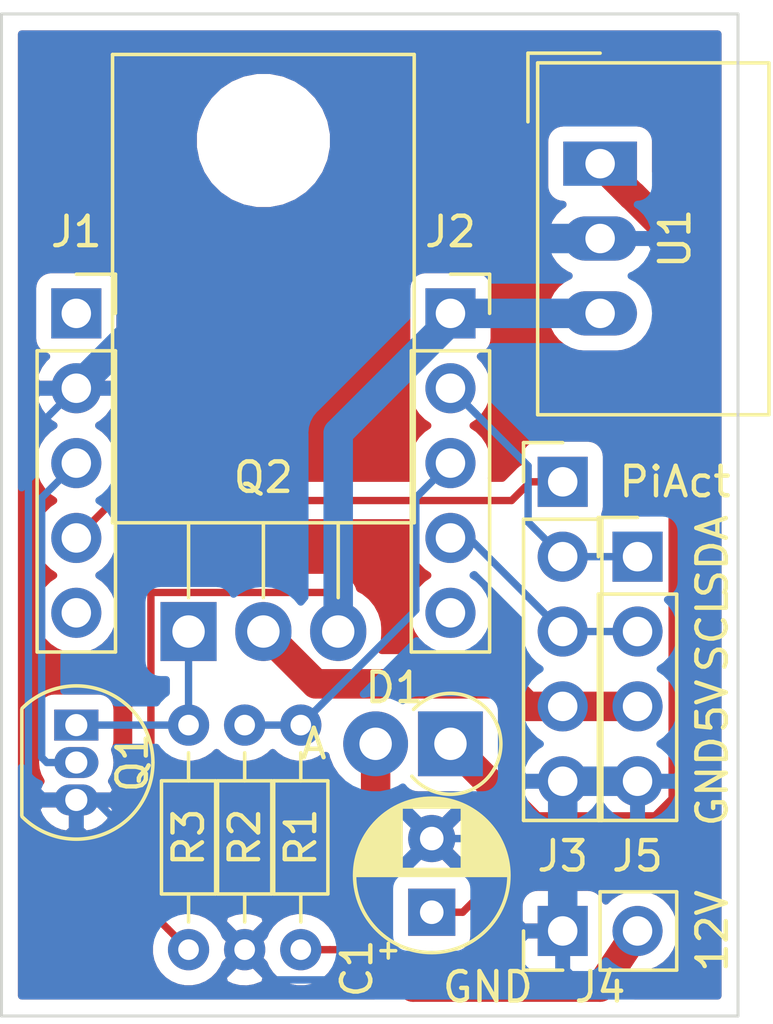
<source format=kicad_pcb>
(kicad_pcb (version 20171130) (host pcbnew 5.1.5)

  (general
    (thickness 1.6)
    (drawings 11)
    (tracks 75)
    (zones 0)
    (modules 13)
    (nets 15)
  )

  (page A4)
  (layers
    (0 F.Cu signal)
    (31 B.Cu signal)
    (32 B.Adhes user)
    (33 F.Adhes user)
    (34 B.Paste user)
    (35 F.Paste user)
    (36 B.SilkS user)
    (37 F.SilkS user)
    (38 B.Mask user)
    (39 F.Mask user)
    (40 Dwgs.User user)
    (41 Cmts.User user)
    (42 Eco1.User user)
    (43 Eco2.User user)
    (44 Edge.Cuts user)
    (45 Margin user)
    (46 B.CrtYd user)
    (47 F.CrtYd user)
    (48 B.Fab user)
    (49 F.Fab user hide)
  )

  (setup
    (last_trace_width 0.25)
    (user_trace_width 1)
    (trace_clearance 0.2)
    (zone_clearance 0.508)
    (zone_45_only no)
    (trace_min 0.2)
    (via_size 0.8)
    (via_drill 0.4)
    (via_min_size 0.4)
    (via_min_drill 0.3)
    (uvia_size 0.3)
    (uvia_drill 0.1)
    (uvias_allowed no)
    (uvia_min_size 0.2)
    (uvia_min_drill 0.1)
    (edge_width 0.05)
    (segment_width 0.2)
    (pcb_text_width 0.3)
    (pcb_text_size 1.5 1.5)
    (mod_edge_width 0.12)
    (mod_text_size 1 1)
    (mod_text_width 0.15)
    (pad_size 1.524 1.524)
    (pad_drill 0.762)
    (pad_to_mask_clearance 0.051)
    (solder_mask_min_width 0.25)
    (aux_axis_origin 0 0)
    (visible_elements FFFFFF7F)
    (pcbplotparams
      (layerselection 0x010fc_ffffffff)
      (usegerberextensions false)
      (usegerberattributes false)
      (usegerberadvancedattributes false)
      (creategerberjobfile false)
      (excludeedgelayer true)
      (linewidth 0.100000)
      (plotframeref false)
      (viasonmask false)
      (mode 1)
      (useauxorigin false)
      (hpglpennumber 1)
      (hpglpenspeed 20)
      (hpglpendiameter 15.000000)
      (psnegative false)
      (psa4output false)
      (plotreference true)
      (plotvalue true)
      (plotinvisibletext false)
      (padsonsilk false)
      (subtractmaskfromsilk false)
      (outputformat 1)
      (mirror false)
      (drillshape 1)
      (scaleselection 1)
      (outputdirectory ""))
  )

  (net 0 "")
  (net 1 Pi_Running)
  (net 2 5V_ENA)
  (net 3 GND)
  (net 4 SCL)
  (net 5 ADC)
  (net 6 SDA)
  (net 7 VCC5V)
  (net 8 VCC_Pi)
  (net 9 VCC12V)
  (net 10 "Net-(Q1-Pad1)")
  (net 11 "Net-(J1-Pad5)")
  (net 12 "Net-(J1-Pad1)")
  (net 13 "Net-(J2-Pad5)")
  (net 14 "Net-(C1-Pad1)")

  (net_class Default "Dies ist die voreingestellte Netzklasse."
    (clearance 0.2)
    (trace_width 0.25)
    (via_dia 0.8)
    (via_drill 0.4)
    (uvia_dia 0.3)
    (uvia_drill 0.1)
    (add_net 5V_ENA)
    (add_net ADC)
    (add_net GND)
    (add_net "Net-(C1-Pad1)")
    (add_net "Net-(J1-Pad1)")
    (add_net "Net-(J1-Pad5)")
    (add_net "Net-(J2-Pad5)")
    (add_net "Net-(Q1-Pad1)")
    (add_net Pi_Running)
    (add_net SCL)
    (add_net SDA)
    (add_net VCC12V)
    (add_net VCC5V)
    (add_net VCC_Pi)
  )

  (module Diode_THT:D_DO-41_SOD81_P2.54mm_Vertical_AnodeUp (layer F.Cu) (tedit 5AE50CD5) (tstamp 5DEE9B6D)
    (at 69.85 55.245 180)
    (descr "Diode, DO-41_SOD81 series, Axial, Vertical, pin pitch=2.54mm, , length*diameter=5.2*2.7mm^2, , http://www.diodes.com/_files/packages/DO-41%20(Plastic).pdf")
    (tags "Diode DO-41_SOD81 series Axial Vertical pin pitch 2.54mm  length 5.2mm diameter 2.7mm")
    (path /5DEE2262)
    (fp_text reference D1 (at 1.905 1.905) (layer F.SilkS)
      (effects (font (size 1 1) (thickness 0.15)))
    )
    (fp_text value D_Schottky (at 1.27 3.639635) (layer F.Fab)
      (effects (font (size 1 1) (thickness 0.15)))
    )
    (fp_text user A (at 4.64 0) (layer F.SilkS)
      (effects (font (size 1 1) (thickness 0.15)))
    )
    (fp_text user A (at 4.64 0) (layer F.Fab)
      (effects (font (size 1 1) (thickness 0.15)))
    )
    (fp_text user %R (at 1.27 -2.750635) (layer F.Fab)
      (effects (font (size 1 1) (thickness 0.15)))
    )
    (fp_line (start 3.89 -1.6) (end -1.6 -1.6) (layer F.CrtYd) (width 0.05))
    (fp_line (start 3.89 1.6) (end 3.89 -1.6) (layer F.CrtYd) (width 0.05))
    (fp_line (start -1.6 1.6) (end 3.89 1.6) (layer F.CrtYd) (width 0.05))
    (fp_line (start -1.6 -1.6) (end -1.6 1.6) (layer F.CrtYd) (width 0.05))
    (fp_line (start 0 0) (end 2.54 0) (layer F.Fab) (width 0.1))
    (fp_circle (center 0 0) (end 1.35 0) (layer F.Fab) (width 0.1))
    (fp_arc (start 0 0) (end 1.311153 -1.1) (angle -276.998058) (layer F.SilkS) (width 0.12))
    (pad 2 thru_hole oval (at 2.54 0 180) (size 2.2 2.2) (drill 1.1) (layers *.Cu *.Mask)
      (net 9 VCC12V))
    (pad 1 thru_hole rect (at 0 0 180) (size 2.2 2.2) (drill 1.1) (layers *.Cu *.Mask)
      (net 14 "Net-(C1-Pad1)"))
    (model ${KISYS3DMOD}/Diode_THT.3dshapes/D_DO-41_SOD81_P2.54mm_Vertical_AnodeUp.wrl
      (at (xyz 0 0 0))
      (scale (xyz 1 1 1))
      (rotate (xyz 0 0 0))
    )
  )

  (module Resistor_THT:R_Axial_DIN0204_L3.6mm_D1.6mm_P7.62mm_Horizontal (layer F.Cu) (tedit 5AE5139B) (tstamp 5DEE92DA)
    (at 62.865 62.23 90)
    (descr "Resistor, Axial_DIN0204 series, Axial, Horizontal, pin pitch=7.62mm, 0.167W, length*diameter=3.6*1.6mm^2, http://cdn-reichelt.de/documents/datenblatt/B400/1_4W%23YAG.pdf")
    (tags "Resistor Axial_DIN0204 series Axial Horizontal pin pitch 7.62mm 0.167W length 3.6mm diameter 1.6mm")
    (path /5D66562B)
    (fp_text reference R2 (at 3.81 0 90) (layer F.SilkS)
      (effects (font (size 1 1) (thickness 0.15)))
    )
    (fp_text value R27K (at 3.81 1.92 90) (layer F.Fab)
      (effects (font (size 1 1) (thickness 0.15)))
    )
    (fp_text user %R (at 3.81 0 90) (layer F.Fab)
      (effects (font (size 0.72 0.72) (thickness 0.108)))
    )
    (fp_line (start 8.57 -1.05) (end -0.95 -1.05) (layer F.CrtYd) (width 0.05))
    (fp_line (start 8.57 1.05) (end 8.57 -1.05) (layer F.CrtYd) (width 0.05))
    (fp_line (start -0.95 1.05) (end 8.57 1.05) (layer F.CrtYd) (width 0.05))
    (fp_line (start -0.95 -1.05) (end -0.95 1.05) (layer F.CrtYd) (width 0.05))
    (fp_line (start 6.68 0) (end 5.73 0) (layer F.SilkS) (width 0.12))
    (fp_line (start 0.94 0) (end 1.89 0) (layer F.SilkS) (width 0.12))
    (fp_line (start 5.73 -0.92) (end 1.89 -0.92) (layer F.SilkS) (width 0.12))
    (fp_line (start 5.73 0.92) (end 5.73 -0.92) (layer F.SilkS) (width 0.12))
    (fp_line (start 1.89 0.92) (end 5.73 0.92) (layer F.SilkS) (width 0.12))
    (fp_line (start 1.89 -0.92) (end 1.89 0.92) (layer F.SilkS) (width 0.12))
    (fp_line (start 7.62 0) (end 5.61 0) (layer F.Fab) (width 0.1))
    (fp_line (start 0 0) (end 2.01 0) (layer F.Fab) (width 0.1))
    (fp_line (start 5.61 -0.8) (end 2.01 -0.8) (layer F.Fab) (width 0.1))
    (fp_line (start 5.61 0.8) (end 5.61 -0.8) (layer F.Fab) (width 0.1))
    (fp_line (start 2.01 0.8) (end 5.61 0.8) (layer F.Fab) (width 0.1))
    (fp_line (start 2.01 -0.8) (end 2.01 0.8) (layer F.Fab) (width 0.1))
    (pad 2 thru_hole oval (at 7.62 0 90) (size 1.4 1.4) (drill 0.7) (layers *.Cu *.Mask)
      (net 5 ADC))
    (pad 1 thru_hole circle (at 0 0 90) (size 1.4 1.4) (drill 0.7) (layers *.Cu *.Mask)
      (net 3 GND))
    (model ${KISYS3DMOD}/Resistor_THT.3dshapes/R_Axial_DIN0204_L3.6mm_D1.6mm_P7.62mm_Horizontal.wrl
      (at (xyz 0 0 0))
      (scale (xyz 1 1 1))
      (rotate (xyz 0 0 0))
    )
  )

  (module Capacitor_THT:CP_Radial_D5.0mm_P2.50mm (layer F.Cu) (tedit 5AE50EF0) (tstamp 5DEE2DBF)
    (at 69.215 60.96 90)
    (descr "CP, Radial series, Radial, pin pitch=2.50mm, , diameter=5mm, Electrolytic Capacitor")
    (tags "CP Radial series Radial pin pitch 2.50mm  diameter 5mm Electrolytic Capacitor")
    (path /5DEEB6C2)
    (fp_text reference C1 (at -1.905 -2.54 90) (layer F.SilkS)
      (effects (font (size 1 1) (thickness 0.15)))
    )
    (fp_text value CP (at 1.25 3.75 90) (layer F.Fab)
      (effects (font (size 1 1) (thickness 0.15)))
    )
    (fp_text user %R (at 1.25 0 90) (layer F.Fab)
      (effects (font (size 1 1) (thickness 0.15)))
    )
    (fp_line (start -1.304775 -1.725) (end -1.304775 -1.225) (layer F.SilkS) (width 0.12))
    (fp_line (start -1.554775 -1.475) (end -1.054775 -1.475) (layer F.SilkS) (width 0.12))
    (fp_line (start 3.851 -0.284) (end 3.851 0.284) (layer F.SilkS) (width 0.12))
    (fp_line (start 3.811 -0.518) (end 3.811 0.518) (layer F.SilkS) (width 0.12))
    (fp_line (start 3.771 -0.677) (end 3.771 0.677) (layer F.SilkS) (width 0.12))
    (fp_line (start 3.731 -0.805) (end 3.731 0.805) (layer F.SilkS) (width 0.12))
    (fp_line (start 3.691 -0.915) (end 3.691 0.915) (layer F.SilkS) (width 0.12))
    (fp_line (start 3.651 -1.011) (end 3.651 1.011) (layer F.SilkS) (width 0.12))
    (fp_line (start 3.611 -1.098) (end 3.611 1.098) (layer F.SilkS) (width 0.12))
    (fp_line (start 3.571 -1.178) (end 3.571 1.178) (layer F.SilkS) (width 0.12))
    (fp_line (start 3.531 1.04) (end 3.531 1.251) (layer F.SilkS) (width 0.12))
    (fp_line (start 3.531 -1.251) (end 3.531 -1.04) (layer F.SilkS) (width 0.12))
    (fp_line (start 3.491 1.04) (end 3.491 1.319) (layer F.SilkS) (width 0.12))
    (fp_line (start 3.491 -1.319) (end 3.491 -1.04) (layer F.SilkS) (width 0.12))
    (fp_line (start 3.451 1.04) (end 3.451 1.383) (layer F.SilkS) (width 0.12))
    (fp_line (start 3.451 -1.383) (end 3.451 -1.04) (layer F.SilkS) (width 0.12))
    (fp_line (start 3.411 1.04) (end 3.411 1.443) (layer F.SilkS) (width 0.12))
    (fp_line (start 3.411 -1.443) (end 3.411 -1.04) (layer F.SilkS) (width 0.12))
    (fp_line (start 3.371 1.04) (end 3.371 1.5) (layer F.SilkS) (width 0.12))
    (fp_line (start 3.371 -1.5) (end 3.371 -1.04) (layer F.SilkS) (width 0.12))
    (fp_line (start 3.331 1.04) (end 3.331 1.554) (layer F.SilkS) (width 0.12))
    (fp_line (start 3.331 -1.554) (end 3.331 -1.04) (layer F.SilkS) (width 0.12))
    (fp_line (start 3.291 1.04) (end 3.291 1.605) (layer F.SilkS) (width 0.12))
    (fp_line (start 3.291 -1.605) (end 3.291 -1.04) (layer F.SilkS) (width 0.12))
    (fp_line (start 3.251 1.04) (end 3.251 1.653) (layer F.SilkS) (width 0.12))
    (fp_line (start 3.251 -1.653) (end 3.251 -1.04) (layer F.SilkS) (width 0.12))
    (fp_line (start 3.211 1.04) (end 3.211 1.699) (layer F.SilkS) (width 0.12))
    (fp_line (start 3.211 -1.699) (end 3.211 -1.04) (layer F.SilkS) (width 0.12))
    (fp_line (start 3.171 1.04) (end 3.171 1.743) (layer F.SilkS) (width 0.12))
    (fp_line (start 3.171 -1.743) (end 3.171 -1.04) (layer F.SilkS) (width 0.12))
    (fp_line (start 3.131 1.04) (end 3.131 1.785) (layer F.SilkS) (width 0.12))
    (fp_line (start 3.131 -1.785) (end 3.131 -1.04) (layer F.SilkS) (width 0.12))
    (fp_line (start 3.091 1.04) (end 3.091 1.826) (layer F.SilkS) (width 0.12))
    (fp_line (start 3.091 -1.826) (end 3.091 -1.04) (layer F.SilkS) (width 0.12))
    (fp_line (start 3.051 1.04) (end 3.051 1.864) (layer F.SilkS) (width 0.12))
    (fp_line (start 3.051 -1.864) (end 3.051 -1.04) (layer F.SilkS) (width 0.12))
    (fp_line (start 3.011 1.04) (end 3.011 1.901) (layer F.SilkS) (width 0.12))
    (fp_line (start 3.011 -1.901) (end 3.011 -1.04) (layer F.SilkS) (width 0.12))
    (fp_line (start 2.971 1.04) (end 2.971 1.937) (layer F.SilkS) (width 0.12))
    (fp_line (start 2.971 -1.937) (end 2.971 -1.04) (layer F.SilkS) (width 0.12))
    (fp_line (start 2.931 1.04) (end 2.931 1.971) (layer F.SilkS) (width 0.12))
    (fp_line (start 2.931 -1.971) (end 2.931 -1.04) (layer F.SilkS) (width 0.12))
    (fp_line (start 2.891 1.04) (end 2.891 2.004) (layer F.SilkS) (width 0.12))
    (fp_line (start 2.891 -2.004) (end 2.891 -1.04) (layer F.SilkS) (width 0.12))
    (fp_line (start 2.851 1.04) (end 2.851 2.035) (layer F.SilkS) (width 0.12))
    (fp_line (start 2.851 -2.035) (end 2.851 -1.04) (layer F.SilkS) (width 0.12))
    (fp_line (start 2.811 1.04) (end 2.811 2.065) (layer F.SilkS) (width 0.12))
    (fp_line (start 2.811 -2.065) (end 2.811 -1.04) (layer F.SilkS) (width 0.12))
    (fp_line (start 2.771 1.04) (end 2.771 2.095) (layer F.SilkS) (width 0.12))
    (fp_line (start 2.771 -2.095) (end 2.771 -1.04) (layer F.SilkS) (width 0.12))
    (fp_line (start 2.731 1.04) (end 2.731 2.122) (layer F.SilkS) (width 0.12))
    (fp_line (start 2.731 -2.122) (end 2.731 -1.04) (layer F.SilkS) (width 0.12))
    (fp_line (start 2.691 1.04) (end 2.691 2.149) (layer F.SilkS) (width 0.12))
    (fp_line (start 2.691 -2.149) (end 2.691 -1.04) (layer F.SilkS) (width 0.12))
    (fp_line (start 2.651 1.04) (end 2.651 2.175) (layer F.SilkS) (width 0.12))
    (fp_line (start 2.651 -2.175) (end 2.651 -1.04) (layer F.SilkS) (width 0.12))
    (fp_line (start 2.611 1.04) (end 2.611 2.2) (layer F.SilkS) (width 0.12))
    (fp_line (start 2.611 -2.2) (end 2.611 -1.04) (layer F.SilkS) (width 0.12))
    (fp_line (start 2.571 1.04) (end 2.571 2.224) (layer F.SilkS) (width 0.12))
    (fp_line (start 2.571 -2.224) (end 2.571 -1.04) (layer F.SilkS) (width 0.12))
    (fp_line (start 2.531 1.04) (end 2.531 2.247) (layer F.SilkS) (width 0.12))
    (fp_line (start 2.531 -2.247) (end 2.531 -1.04) (layer F.SilkS) (width 0.12))
    (fp_line (start 2.491 1.04) (end 2.491 2.268) (layer F.SilkS) (width 0.12))
    (fp_line (start 2.491 -2.268) (end 2.491 -1.04) (layer F.SilkS) (width 0.12))
    (fp_line (start 2.451 1.04) (end 2.451 2.29) (layer F.SilkS) (width 0.12))
    (fp_line (start 2.451 -2.29) (end 2.451 -1.04) (layer F.SilkS) (width 0.12))
    (fp_line (start 2.411 1.04) (end 2.411 2.31) (layer F.SilkS) (width 0.12))
    (fp_line (start 2.411 -2.31) (end 2.411 -1.04) (layer F.SilkS) (width 0.12))
    (fp_line (start 2.371 1.04) (end 2.371 2.329) (layer F.SilkS) (width 0.12))
    (fp_line (start 2.371 -2.329) (end 2.371 -1.04) (layer F.SilkS) (width 0.12))
    (fp_line (start 2.331 1.04) (end 2.331 2.348) (layer F.SilkS) (width 0.12))
    (fp_line (start 2.331 -2.348) (end 2.331 -1.04) (layer F.SilkS) (width 0.12))
    (fp_line (start 2.291 1.04) (end 2.291 2.365) (layer F.SilkS) (width 0.12))
    (fp_line (start 2.291 -2.365) (end 2.291 -1.04) (layer F.SilkS) (width 0.12))
    (fp_line (start 2.251 1.04) (end 2.251 2.382) (layer F.SilkS) (width 0.12))
    (fp_line (start 2.251 -2.382) (end 2.251 -1.04) (layer F.SilkS) (width 0.12))
    (fp_line (start 2.211 1.04) (end 2.211 2.398) (layer F.SilkS) (width 0.12))
    (fp_line (start 2.211 -2.398) (end 2.211 -1.04) (layer F.SilkS) (width 0.12))
    (fp_line (start 2.171 1.04) (end 2.171 2.414) (layer F.SilkS) (width 0.12))
    (fp_line (start 2.171 -2.414) (end 2.171 -1.04) (layer F.SilkS) (width 0.12))
    (fp_line (start 2.131 1.04) (end 2.131 2.428) (layer F.SilkS) (width 0.12))
    (fp_line (start 2.131 -2.428) (end 2.131 -1.04) (layer F.SilkS) (width 0.12))
    (fp_line (start 2.091 1.04) (end 2.091 2.442) (layer F.SilkS) (width 0.12))
    (fp_line (start 2.091 -2.442) (end 2.091 -1.04) (layer F.SilkS) (width 0.12))
    (fp_line (start 2.051 1.04) (end 2.051 2.455) (layer F.SilkS) (width 0.12))
    (fp_line (start 2.051 -2.455) (end 2.051 -1.04) (layer F.SilkS) (width 0.12))
    (fp_line (start 2.011 1.04) (end 2.011 2.468) (layer F.SilkS) (width 0.12))
    (fp_line (start 2.011 -2.468) (end 2.011 -1.04) (layer F.SilkS) (width 0.12))
    (fp_line (start 1.971 1.04) (end 1.971 2.48) (layer F.SilkS) (width 0.12))
    (fp_line (start 1.971 -2.48) (end 1.971 -1.04) (layer F.SilkS) (width 0.12))
    (fp_line (start 1.93 1.04) (end 1.93 2.491) (layer F.SilkS) (width 0.12))
    (fp_line (start 1.93 -2.491) (end 1.93 -1.04) (layer F.SilkS) (width 0.12))
    (fp_line (start 1.89 1.04) (end 1.89 2.501) (layer F.SilkS) (width 0.12))
    (fp_line (start 1.89 -2.501) (end 1.89 -1.04) (layer F.SilkS) (width 0.12))
    (fp_line (start 1.85 1.04) (end 1.85 2.511) (layer F.SilkS) (width 0.12))
    (fp_line (start 1.85 -2.511) (end 1.85 -1.04) (layer F.SilkS) (width 0.12))
    (fp_line (start 1.81 1.04) (end 1.81 2.52) (layer F.SilkS) (width 0.12))
    (fp_line (start 1.81 -2.52) (end 1.81 -1.04) (layer F.SilkS) (width 0.12))
    (fp_line (start 1.77 1.04) (end 1.77 2.528) (layer F.SilkS) (width 0.12))
    (fp_line (start 1.77 -2.528) (end 1.77 -1.04) (layer F.SilkS) (width 0.12))
    (fp_line (start 1.73 1.04) (end 1.73 2.536) (layer F.SilkS) (width 0.12))
    (fp_line (start 1.73 -2.536) (end 1.73 -1.04) (layer F.SilkS) (width 0.12))
    (fp_line (start 1.69 1.04) (end 1.69 2.543) (layer F.SilkS) (width 0.12))
    (fp_line (start 1.69 -2.543) (end 1.69 -1.04) (layer F.SilkS) (width 0.12))
    (fp_line (start 1.65 1.04) (end 1.65 2.55) (layer F.SilkS) (width 0.12))
    (fp_line (start 1.65 -2.55) (end 1.65 -1.04) (layer F.SilkS) (width 0.12))
    (fp_line (start 1.61 1.04) (end 1.61 2.556) (layer F.SilkS) (width 0.12))
    (fp_line (start 1.61 -2.556) (end 1.61 -1.04) (layer F.SilkS) (width 0.12))
    (fp_line (start 1.57 1.04) (end 1.57 2.561) (layer F.SilkS) (width 0.12))
    (fp_line (start 1.57 -2.561) (end 1.57 -1.04) (layer F.SilkS) (width 0.12))
    (fp_line (start 1.53 1.04) (end 1.53 2.565) (layer F.SilkS) (width 0.12))
    (fp_line (start 1.53 -2.565) (end 1.53 -1.04) (layer F.SilkS) (width 0.12))
    (fp_line (start 1.49 1.04) (end 1.49 2.569) (layer F.SilkS) (width 0.12))
    (fp_line (start 1.49 -2.569) (end 1.49 -1.04) (layer F.SilkS) (width 0.12))
    (fp_line (start 1.45 -2.573) (end 1.45 2.573) (layer F.SilkS) (width 0.12))
    (fp_line (start 1.41 -2.576) (end 1.41 2.576) (layer F.SilkS) (width 0.12))
    (fp_line (start 1.37 -2.578) (end 1.37 2.578) (layer F.SilkS) (width 0.12))
    (fp_line (start 1.33 -2.579) (end 1.33 2.579) (layer F.SilkS) (width 0.12))
    (fp_line (start 1.29 -2.58) (end 1.29 2.58) (layer F.SilkS) (width 0.12))
    (fp_line (start 1.25 -2.58) (end 1.25 2.58) (layer F.SilkS) (width 0.12))
    (fp_line (start -0.633605 -1.3375) (end -0.633605 -0.8375) (layer F.Fab) (width 0.1))
    (fp_line (start -0.883605 -1.0875) (end -0.383605 -1.0875) (layer F.Fab) (width 0.1))
    (fp_circle (center 1.25 0) (end 4 0) (layer F.CrtYd) (width 0.05))
    (fp_circle (center 1.25 0) (end 3.87 0) (layer F.SilkS) (width 0.12))
    (fp_circle (center 1.25 0) (end 3.75 0) (layer F.Fab) (width 0.1))
    (pad 2 thru_hole circle (at 2.5 0 90) (size 1.6 1.6) (drill 0.8) (layers *.Cu *.Mask)
      (net 3 GND))
    (pad 1 thru_hole rect (at 0 0 90) (size 1.6 1.6) (drill 0.8) (layers *.Cu *.Mask)
      (net 14 "Net-(C1-Pad1)"))
    (model ${KISYS3DMOD}/Capacitor_THT.3dshapes/CP_Radial_D5.0mm_P2.50mm.wrl
      (at (xyz 0 0 0))
      (scale (xyz 1 1 1))
      (rotate (xyz 0 0 0))
    )
  )

  (module Resistor_THT:R_Axial_DIN0204_L3.6mm_D1.6mm_P7.62mm_Horizontal (layer F.Cu) (tedit 5AE5139B) (tstamp 5D62D19C)
    (at 60.96 54.61 270)
    (descr "Resistor, Axial_DIN0204 series, Axial, Horizontal, pin pitch=7.62mm, 0.167W, length*diameter=3.6*1.6mm^2, http://cdn-reichelt.de/documents/datenblatt/B400/1_4W%23YAG.pdf")
    (tags "Resistor Axial_DIN0204 series Axial Horizontal pin pitch 7.62mm 0.167W length 3.6mm diameter 1.6mm")
    (path /5D632A96)
    (fp_text reference R3 (at 3.81 0 90) (layer F.SilkS)
      (effects (font (size 1 1) (thickness 0.15)))
    )
    (fp_text value R27K (at 3.81 1.92 90) (layer F.Fab)
      (effects (font (size 1 1) (thickness 0.15)))
    )
    (fp_text user %R (at 3.81 0 90) (layer F.Fab)
      (effects (font (size 0.72 0.72) (thickness 0.108)))
    )
    (fp_line (start 8.57 -1.05) (end -0.95 -1.05) (layer F.CrtYd) (width 0.05))
    (fp_line (start 8.57 1.05) (end 8.57 -1.05) (layer F.CrtYd) (width 0.05))
    (fp_line (start -0.95 1.05) (end 8.57 1.05) (layer F.CrtYd) (width 0.05))
    (fp_line (start -0.95 -1.05) (end -0.95 1.05) (layer F.CrtYd) (width 0.05))
    (fp_line (start 6.68 0) (end 5.73 0) (layer F.SilkS) (width 0.12))
    (fp_line (start 0.94 0) (end 1.89 0) (layer F.SilkS) (width 0.12))
    (fp_line (start 5.73 -0.92) (end 1.89 -0.92) (layer F.SilkS) (width 0.12))
    (fp_line (start 5.73 0.92) (end 5.73 -0.92) (layer F.SilkS) (width 0.12))
    (fp_line (start 1.89 0.92) (end 5.73 0.92) (layer F.SilkS) (width 0.12))
    (fp_line (start 1.89 -0.92) (end 1.89 0.92) (layer F.SilkS) (width 0.12))
    (fp_line (start 7.62 0) (end 5.61 0) (layer F.Fab) (width 0.1))
    (fp_line (start 0 0) (end 2.01 0) (layer F.Fab) (width 0.1))
    (fp_line (start 5.61 -0.8) (end 2.01 -0.8) (layer F.Fab) (width 0.1))
    (fp_line (start 5.61 0.8) (end 5.61 -0.8) (layer F.Fab) (width 0.1))
    (fp_line (start 2.01 0.8) (end 5.61 0.8) (layer F.Fab) (width 0.1))
    (fp_line (start 2.01 -0.8) (end 2.01 0.8) (layer F.Fab) (width 0.1))
    (pad 2 thru_hole oval (at 7.62 0 270) (size 1.4 1.4) (drill 0.7) (layers *.Cu *.Mask)
      (net 7 VCC5V))
    (pad 1 thru_hole circle (at 0 0 270) (size 1.4 1.4) (drill 0.7) (layers *.Cu *.Mask)
      (net 10 "Net-(Q1-Pad1)"))
    (model ${KISYS3DMOD}/Resistor_THT.3dshapes/R_Axial_DIN0204_L3.6mm_D1.6mm_P7.62mm_Horizontal.wrl
      (at (xyz 0 0 0))
      (scale (xyz 1 1 1))
      (rotate (xyz 0 0 0))
    )
  )

  (module Resistor_THT:R_Axial_DIN0204_L3.6mm_D1.6mm_P7.62mm_Horizontal (layer F.Cu) (tedit 5AE5139B) (tstamp 5DEE8D99)
    (at 64.77 62.23 90)
    (descr "Resistor, Axial_DIN0204 series, Axial, Horizontal, pin pitch=7.62mm, 0.167W, length*diameter=3.6*1.6mm^2, http://cdn-reichelt.de/documents/datenblatt/B400/1_4W%23YAG.pdf")
    (tags "Resistor Axial_DIN0204 series Axial Horizontal pin pitch 7.62mm 0.167W length 3.6mm diameter 1.6mm")
    (path /5D665205)
    (fp_text reference R1 (at 3.81 0 90) (layer F.SilkS)
      (effects (font (size 1 1) (thickness 0.15)))
    )
    (fp_text value R100K (at 3.81 1.92 90) (layer F.Fab)
      (effects (font (size 1 1) (thickness 0.15)))
    )
    (fp_text user %R (at 3.81 0 90) (layer F.Fab)
      (effects (font (size 0.72 0.72) (thickness 0.108)))
    )
    (fp_line (start 8.57 -1.05) (end -0.95 -1.05) (layer F.CrtYd) (width 0.05))
    (fp_line (start 8.57 1.05) (end 8.57 -1.05) (layer F.CrtYd) (width 0.05))
    (fp_line (start -0.95 1.05) (end 8.57 1.05) (layer F.CrtYd) (width 0.05))
    (fp_line (start -0.95 -1.05) (end -0.95 1.05) (layer F.CrtYd) (width 0.05))
    (fp_line (start 6.68 0) (end 5.73 0) (layer F.SilkS) (width 0.12))
    (fp_line (start 0.94 0) (end 1.89 0) (layer F.SilkS) (width 0.12))
    (fp_line (start 5.73 -0.92) (end 1.89 -0.92) (layer F.SilkS) (width 0.12))
    (fp_line (start 5.73 0.92) (end 5.73 -0.92) (layer F.SilkS) (width 0.12))
    (fp_line (start 1.89 0.92) (end 5.73 0.92) (layer F.SilkS) (width 0.12))
    (fp_line (start 1.89 -0.92) (end 1.89 0.92) (layer F.SilkS) (width 0.12))
    (fp_line (start 7.62 0) (end 5.61 0) (layer F.Fab) (width 0.1))
    (fp_line (start 0 0) (end 2.01 0) (layer F.Fab) (width 0.1))
    (fp_line (start 5.61 -0.8) (end 2.01 -0.8) (layer F.Fab) (width 0.1))
    (fp_line (start 5.61 0.8) (end 5.61 -0.8) (layer F.Fab) (width 0.1))
    (fp_line (start 2.01 0.8) (end 5.61 0.8) (layer F.Fab) (width 0.1))
    (fp_line (start 2.01 -0.8) (end 2.01 0.8) (layer F.Fab) (width 0.1))
    (pad 2 thru_hole oval (at 7.62 0 90) (size 1.4 1.4) (drill 0.7) (layers *.Cu *.Mask)
      (net 5 ADC))
    (pad 1 thru_hole circle (at 0 0 90) (size 1.4 1.4) (drill 0.7) (layers *.Cu *.Mask)
      (net 9 VCC12V))
    (model ${KISYS3DMOD}/Resistor_THT.3dshapes/R_Axial_DIN0204_L3.6mm_D1.6mm_P7.62mm_Horizontal.wrl
      (at (xyz 0 0 0))
      (scale (xyz 1 1 1))
      (rotate (xyz 0 0 0))
    )
  )

  (module Package_TO_SOT_THT:TO-220-3_Horizontal_TabDown (layer F.Cu) (tedit 5AC8BA0D) (tstamp 5D62D20F)
    (at 60.96 51.435)
    (descr "TO-220-3, Horizontal, RM 2.54mm, see https://www.vishay.com/docs/66542/to-220-1.pdf")
    (tags "TO-220-3 Horizontal RM 2.54mm")
    (path /5D63050F)
    (fp_text reference Q2 (at 2.54 -5.23) (layer F.SilkS)
      (effects (font (size 1 1) (thickness 0.15)))
    )
    (fp_text value IRF5305 (at 2.54 2) (layer F.Fab)
      (effects (font (size 1 1) (thickness 0.15)))
    )
    (fp_text user %R (at 2.54 -20.58) (layer F.Fab)
      (effects (font (size 1 1) (thickness 0.15)))
    )
    (fp_line (start 7.79 -19.71) (end -2.71 -19.71) (layer F.CrtYd) (width 0.05))
    (fp_line (start 7.79 1.25) (end 7.79 -19.71) (layer F.CrtYd) (width 0.05))
    (fp_line (start -2.71 1.25) (end 7.79 1.25) (layer F.CrtYd) (width 0.05))
    (fp_line (start -2.71 -19.71) (end -2.71 1.25) (layer F.CrtYd) (width 0.05))
    (fp_line (start 5.08 -3.69) (end 5.08 -1.15) (layer F.SilkS) (width 0.12))
    (fp_line (start 2.54 -3.69) (end 2.54 -1.15) (layer F.SilkS) (width 0.12))
    (fp_line (start 0 -3.69) (end 0 -1.15) (layer F.SilkS) (width 0.12))
    (fp_line (start 7.66 -19.58) (end 7.66 -3.69) (layer F.SilkS) (width 0.12))
    (fp_line (start -2.58 -19.58) (end -2.58 -3.69) (layer F.SilkS) (width 0.12))
    (fp_line (start -2.58 -19.58) (end 7.66 -19.58) (layer F.SilkS) (width 0.12))
    (fp_line (start -2.58 -3.69) (end 7.66 -3.69) (layer F.SilkS) (width 0.12))
    (fp_line (start 5.08 -3.81) (end 5.08 0) (layer F.Fab) (width 0.1))
    (fp_line (start 2.54 -3.81) (end 2.54 0) (layer F.Fab) (width 0.1))
    (fp_line (start 0 -3.81) (end 0 0) (layer F.Fab) (width 0.1))
    (fp_line (start 7.54 -3.81) (end -2.46 -3.81) (layer F.Fab) (width 0.1))
    (fp_line (start 7.54 -13.06) (end 7.54 -3.81) (layer F.Fab) (width 0.1))
    (fp_line (start -2.46 -13.06) (end 7.54 -13.06) (layer F.Fab) (width 0.1))
    (fp_line (start -2.46 -3.81) (end -2.46 -13.06) (layer F.Fab) (width 0.1))
    (fp_line (start 7.54 -13.06) (end -2.46 -13.06) (layer F.Fab) (width 0.1))
    (fp_line (start 7.54 -19.46) (end 7.54 -13.06) (layer F.Fab) (width 0.1))
    (fp_line (start -2.46 -19.46) (end 7.54 -19.46) (layer F.Fab) (width 0.1))
    (fp_line (start -2.46 -13.06) (end -2.46 -19.46) (layer F.Fab) (width 0.1))
    (fp_circle (center 2.54 -16.66) (end 4.39 -16.66) (layer F.Fab) (width 0.1))
    (pad 3 thru_hole oval (at 5.08 0) (size 1.905 2) (drill 1.1) (layers *.Cu *.Mask)
      (net 7 VCC5V))
    (pad 2 thru_hole oval (at 2.54 0) (size 1.905 2) (drill 1.1) (layers *.Cu *.Mask)
      (net 8 VCC_Pi))
    (pad 1 thru_hole rect (at 0 0) (size 1.905 2) (drill 1.1) (layers *.Cu *.Mask)
      (net 10 "Net-(Q1-Pad1)"))
    (pad "" np_thru_hole oval (at 2.54 -16.66) (size 3.5 3.5) (drill 3.5) (layers *.Cu *.Mask))
    (model ${KISYS3DMOD}/Package_TO_SOT_THT.3dshapes/TO-220-3_Horizontal_TabDown.wrl
      (at (xyz 0 0 0))
      (scale (xyz 1 1 1))
      (rotate (xyz 0 0 0))
    )
  )

  (module Connector_PinHeader_2.54mm:PinHeader_1x04_P2.54mm_Vertical (layer F.Cu) (tedit 59FED5CC) (tstamp 5D6BFA17)
    (at 76.2 48.895)
    (descr "Through hole straight pin header, 1x04, 2.54mm pitch, single row")
    (tags "Through hole pin header THT 1x04 2.54mm single row")
    (path /5D6BB1FE)
    (fp_text reference J5 (at 0 10.16) (layer F.SilkS)
      (effects (font (size 1 1) (thickness 0.15)))
    )
    (fp_text value Conn_i2c (at 0 9.95) (layer F.Fab)
      (effects (font (size 1 1) (thickness 0.15)))
    )
    (fp_text user %R (at 0 3.81 90) (layer F.Fab)
      (effects (font (size 1 1) (thickness 0.15)))
    )
    (fp_line (start 1.8 -1.8) (end -1.8 -1.8) (layer F.CrtYd) (width 0.05))
    (fp_line (start 1.8 9.4) (end 1.8 -1.8) (layer F.CrtYd) (width 0.05))
    (fp_line (start -1.8 9.4) (end 1.8 9.4) (layer F.CrtYd) (width 0.05))
    (fp_line (start -1.8 -1.8) (end -1.8 9.4) (layer F.CrtYd) (width 0.05))
    (fp_line (start -1.33 -1.33) (end 0 -1.33) (layer F.SilkS) (width 0.12))
    (fp_line (start -1.33 0) (end -1.33 -1.33) (layer F.SilkS) (width 0.12))
    (fp_line (start -1.33 1.27) (end 1.33 1.27) (layer F.SilkS) (width 0.12))
    (fp_line (start 1.33 1.27) (end 1.33 8.95) (layer F.SilkS) (width 0.12))
    (fp_line (start -1.33 1.27) (end -1.33 8.95) (layer F.SilkS) (width 0.12))
    (fp_line (start -1.33 8.95) (end 1.33 8.95) (layer F.SilkS) (width 0.12))
    (fp_line (start -1.27 -0.635) (end -0.635 -1.27) (layer F.Fab) (width 0.1))
    (fp_line (start -1.27 8.89) (end -1.27 -0.635) (layer F.Fab) (width 0.1))
    (fp_line (start 1.27 8.89) (end -1.27 8.89) (layer F.Fab) (width 0.1))
    (fp_line (start 1.27 -1.27) (end 1.27 8.89) (layer F.Fab) (width 0.1))
    (fp_line (start -0.635 -1.27) (end 1.27 -1.27) (layer F.Fab) (width 0.1))
    (pad 4 thru_hole oval (at 0 7.62) (size 1.7 1.7) (drill 1) (layers *.Cu *.Mask)
      (net 3 GND))
    (pad 3 thru_hole oval (at 0 5.08) (size 1.7 1.7) (drill 1) (layers *.Cu *.Mask)
      (net 8 VCC_Pi))
    (pad 2 thru_hole oval (at 0 2.54) (size 1.7 1.7) (drill 1) (layers *.Cu *.Mask)
      (net 4 SCL))
    (pad 1 thru_hole rect (at 0 0) (size 1.7 1.7) (drill 1) (layers *.Cu *.Mask)
      (net 6 SDA))
    (model ${KISYS3DMOD}/Connector_PinHeader_2.54mm.3dshapes/PinHeader_1x04_P2.54mm_Vertical.wrl
      (at (xyz 0 0 0))
      (scale (xyz 1 1 1))
      (rotate (xyz 0 0 0))
    )
  )

  (module Converter_DCDC:Converter_DCDC_TRACO_TSR-1_THT (layer F.Cu) (tedit 59FE1FB7) (tstamp 5D8A6002)
    (at 74.93 35.56 270)
    (descr "DCDC-Converter, TRACO, TSR 1-xxxx")
    (tags "DCDC-Converter TRACO TSR-1")
    (path /5D62B8BF)
    (fp_text reference U1 (at 2.54 -2.54 90) (layer F.SilkS)
      (effects (font (size 1 1) (thickness 0.15)))
    )
    (fp_text value TSR_2-2450 (at 2.5 3.25 90) (layer F.Fab)
      (effects (font (size 1 1) (thickness 0.15)))
    )
    (fp_line (start -2.3 2) (end 8.4 2) (layer F.Fab) (width 0.1))
    (fp_line (start -3.42 2.12) (end -3.42 -5.73) (layer F.SilkS) (width 0.12))
    (fp_line (start -3.42 -5.73) (end 8.52 -5.73) (layer F.SilkS) (width 0.12))
    (fp_line (start 8.52 -5.73) (end 8.52 2.12) (layer F.SilkS) (width 0.12))
    (fp_line (start 8.52 2.12) (end -3.42 2.12) (layer F.SilkS) (width 0.12))
    (fp_line (start -3.55 -5.85) (end 8.65 -5.85) (layer F.CrtYd) (width 0.05))
    (fp_line (start 8.65 -5.85) (end 8.65 2.25) (layer F.CrtYd) (width 0.05))
    (fp_line (start 8.65 2.25) (end -3.55 2.25) (layer F.CrtYd) (width 0.05))
    (fp_line (start -3.55 2.25) (end -3.55 -5.85) (layer F.CrtYd) (width 0.05))
    (fp_line (start -3.3 -5.6) (end 8.4 -5.6) (layer F.Fab) (width 0.1))
    (fp_line (start 8.4 2) (end 8.4 -5.6) (layer F.Fab) (width 0.1))
    (fp_line (start -3.3 1) (end -3.3 -5.6) (layer F.Fab) (width 0.1))
    (fp_line (start -3.3 1) (end -2.3 2) (layer F.Fab) (width 0.1))
    (fp_line (start -3.75 0) (end -3.75 2.45) (layer F.SilkS) (width 0.12))
    (fp_line (start -3.75 2.45) (end -1.42 2.45) (layer F.SilkS) (width 0.12))
    (fp_text user %R (at 3 -3 90) (layer F.Fab)
      (effects (font (size 1 1) (thickness 0.15)))
    )
    (pad 3 thru_hole oval (at 5.08 0 270) (size 1.5 2.5) (drill 1) (layers *.Cu *.Mask)
      (net 7 VCC5V))
    (pad 2 thru_hole oval (at 2.54 0 270) (size 1.5 2.5) (drill 1) (layers *.Cu *.Mask)
      (net 3 GND))
    (pad 1 thru_hole rect (at 0 0 270) (size 1.5 2.5) (drill 1) (layers *.Cu *.Mask)
      (net 14 "Net-(C1-Pad1)"))
    (model ${KISYS3DMOD}/Converter_DCDC.3dshapes/Converter_DCDC_TRACO_TSR-1_THT.wrl
      (at (xyz 0 0 0))
      (scale (xyz 1 1 1))
      (rotate (xyz 0 0 0))
    )
  )

  (module Package_TO_SOT_THT:TO-92_Inline (layer F.Cu) (tedit 5A1DD157) (tstamp 5D62D126)
    (at 57.15 54.61 270)
    (descr "TO-92 leads in-line, narrow, oval pads, drill 0.75mm (see NXP sot054_po.pdf)")
    (tags "to-92 sc-43 sc-43a sot54 PA33 transistor")
    (path /5D62DCCF)
    (fp_text reference Q1 (at 1.27 -1.905 90) (layer F.SilkS)
      (effects (font (size 1 1) (thickness 0.15)))
    )
    (fp_text value BS170 (at 1.27 2.79 90) (layer F.Fab)
      (effects (font (size 1 1) (thickness 0.15)))
    )
    (fp_arc (start 1.27 0) (end 1.27 -2.6) (angle 135) (layer F.SilkS) (width 0.12))
    (fp_arc (start 1.27 0) (end 1.27 -2.48) (angle -135) (layer F.Fab) (width 0.1))
    (fp_arc (start 1.27 0) (end 1.27 -2.6) (angle -135) (layer F.SilkS) (width 0.12))
    (fp_arc (start 1.27 0) (end 1.27 -2.48) (angle 135) (layer F.Fab) (width 0.1))
    (fp_line (start 4 2.01) (end -1.46 2.01) (layer F.CrtYd) (width 0.05))
    (fp_line (start 4 2.01) (end 4 -2.73) (layer F.CrtYd) (width 0.05))
    (fp_line (start -1.46 -2.73) (end -1.46 2.01) (layer F.CrtYd) (width 0.05))
    (fp_line (start -1.46 -2.73) (end 4 -2.73) (layer F.CrtYd) (width 0.05))
    (fp_line (start -0.5 1.75) (end 3 1.75) (layer F.Fab) (width 0.1))
    (fp_line (start -0.53 1.85) (end 3.07 1.85) (layer F.SilkS) (width 0.12))
    (fp_text user %R (at 1.27 -3.56 90) (layer F.Fab)
      (effects (font (size 1 1) (thickness 0.15)))
    )
    (pad 1 thru_hole rect (at 0 0 270) (size 1.05 1.5) (drill 0.75) (layers *.Cu *.Mask)
      (net 10 "Net-(Q1-Pad1)"))
    (pad 3 thru_hole oval (at 2.54 0 270) (size 1.05 1.5) (drill 0.75) (layers *.Cu *.Mask)
      (net 3 GND))
    (pad 2 thru_hole oval (at 1.27 0 270) (size 1.05 1.5) (drill 0.75) (layers *.Cu *.Mask)
      (net 2 5V_ENA))
    (model ${KISYS3DMOD}/Package_TO_SOT_THT.3dshapes/TO-92_Inline.wrl
      (at (xyz 0 0 0))
      (scale (xyz 1 1 1))
      (rotate (xyz 0 0 0))
    )
  )

  (module Connector_PinHeader_2.54mm:PinHeader_1x02_P2.54mm_Vertical (layer F.Cu) (tedit 59FED5CC) (tstamp 5DEE872B)
    (at 73.66 61.595 90)
    (descr "Through hole straight pin header, 1x02, 2.54mm pitch, single row")
    (tags "Through hole pin header THT 1x02 2.54mm single row")
    (path /5D6292E1)
    (fp_text reference J4 (at -1.905 1.27 180) (layer F.SilkS)
      (effects (font (size 1 1) (thickness 0.15)))
    )
    (fp_text value Conn_Pwr (at 0 4.87 90) (layer F.Fab)
      (effects (font (size 1 1) (thickness 0.15)))
    )
    (fp_text user %R (at 0 1.27) (layer F.Fab)
      (effects (font (size 1 1) (thickness 0.15)))
    )
    (fp_line (start 1.8 -1.8) (end -1.8 -1.8) (layer F.CrtYd) (width 0.05))
    (fp_line (start 1.8 4.35) (end 1.8 -1.8) (layer F.CrtYd) (width 0.05))
    (fp_line (start -1.8 4.35) (end 1.8 4.35) (layer F.CrtYd) (width 0.05))
    (fp_line (start -1.8 -1.8) (end -1.8 4.35) (layer F.CrtYd) (width 0.05))
    (fp_line (start -1.33 -1.33) (end 0 -1.33) (layer F.SilkS) (width 0.12))
    (fp_line (start -1.33 0) (end -1.33 -1.33) (layer F.SilkS) (width 0.12))
    (fp_line (start -1.33 1.27) (end 1.33 1.27) (layer F.SilkS) (width 0.12))
    (fp_line (start 1.33 1.27) (end 1.33 3.87) (layer F.SilkS) (width 0.12))
    (fp_line (start -1.33 1.27) (end -1.33 3.87) (layer F.SilkS) (width 0.12))
    (fp_line (start -1.33 3.87) (end 1.33 3.87) (layer F.SilkS) (width 0.12))
    (fp_line (start -1.27 -0.635) (end -0.635 -1.27) (layer F.Fab) (width 0.1))
    (fp_line (start -1.27 3.81) (end -1.27 -0.635) (layer F.Fab) (width 0.1))
    (fp_line (start 1.27 3.81) (end -1.27 3.81) (layer F.Fab) (width 0.1))
    (fp_line (start 1.27 -1.27) (end 1.27 3.81) (layer F.Fab) (width 0.1))
    (fp_line (start -0.635 -1.27) (end 1.27 -1.27) (layer F.Fab) (width 0.1))
    (pad 2 thru_hole oval (at 0 2.54 90) (size 1.7 1.7) (drill 1) (layers *.Cu *.Mask)
      (net 9 VCC12V))
    (pad 1 thru_hole rect (at 0 0 90) (size 1.7 1.7) (drill 1) (layers *.Cu *.Mask)
      (net 3 GND))
    (model ${KISYS3DMOD}/Connector_PinHeader_2.54mm.3dshapes/PinHeader_1x02_P2.54mm_Vertical.wrl
      (at (xyz 0 0 0))
      (scale (xyz 1 1 1))
      (rotate (xyz 0 0 0))
    )
  )

  (module Connector_PinHeader_2.54mm:PinHeader_1x05_P2.54mm_Vertical (layer F.Cu) (tedit 59FED5CC) (tstamp 5D62D28F)
    (at 73.66 46.355)
    (descr "Through hole straight pin header, 1x05, 2.54mm pitch, single row")
    (tags "Through hole pin header THT 1x05 2.54mm single row")
    (path /5D628156)
    (fp_text reference J3 (at 0 12.7) (layer F.SilkS)
      (effects (font (size 1 1) (thickness 0.15)))
    )
    (fp_text value Conn_Pi (at 0 12.49) (layer F.Fab)
      (effects (font (size 1 1) (thickness 0.15)))
    )
    (fp_text user %R (at 0 5.08 90) (layer F.Fab)
      (effects (font (size 1 1) (thickness 0.15)))
    )
    (fp_line (start 1.8 -1.8) (end -1.8 -1.8) (layer F.CrtYd) (width 0.05))
    (fp_line (start 1.8 11.95) (end 1.8 -1.8) (layer F.CrtYd) (width 0.05))
    (fp_line (start -1.8 11.95) (end 1.8 11.95) (layer F.CrtYd) (width 0.05))
    (fp_line (start -1.8 -1.8) (end -1.8 11.95) (layer F.CrtYd) (width 0.05))
    (fp_line (start -1.33 -1.33) (end 0 -1.33) (layer F.SilkS) (width 0.12))
    (fp_line (start -1.33 0) (end -1.33 -1.33) (layer F.SilkS) (width 0.12))
    (fp_line (start -1.33 1.27) (end 1.33 1.27) (layer F.SilkS) (width 0.12))
    (fp_line (start 1.33 1.27) (end 1.33 11.49) (layer F.SilkS) (width 0.12))
    (fp_line (start -1.33 1.27) (end -1.33 11.49) (layer F.SilkS) (width 0.12))
    (fp_line (start -1.33 11.49) (end 1.33 11.49) (layer F.SilkS) (width 0.12))
    (fp_line (start -1.27 -0.635) (end -0.635 -1.27) (layer F.Fab) (width 0.1))
    (fp_line (start -1.27 11.43) (end -1.27 -0.635) (layer F.Fab) (width 0.1))
    (fp_line (start 1.27 11.43) (end -1.27 11.43) (layer F.Fab) (width 0.1))
    (fp_line (start 1.27 -1.27) (end 1.27 11.43) (layer F.Fab) (width 0.1))
    (fp_line (start -0.635 -1.27) (end 1.27 -1.27) (layer F.Fab) (width 0.1))
    (pad 5 thru_hole oval (at 0 10.16) (size 1.7 1.7) (drill 1) (layers *.Cu *.Mask)
      (net 3 GND))
    (pad 4 thru_hole oval (at 0 7.62) (size 1.7 1.7) (drill 1) (layers *.Cu *.Mask)
      (net 8 VCC_Pi))
    (pad 3 thru_hole oval (at 0 5.08) (size 1.7 1.7) (drill 1) (layers *.Cu *.Mask)
      (net 4 SCL))
    (pad 2 thru_hole oval (at 0 2.54) (size 1.7 1.7) (drill 1) (layers *.Cu *.Mask)
      (net 6 SDA))
    (pad 1 thru_hole rect (at 0 0) (size 1.7 1.7) (drill 1) (layers *.Cu *.Mask)
      (net 1 Pi_Running))
    (model ${KISYS3DMOD}/Connector_PinHeader_2.54mm.3dshapes/PinHeader_1x05_P2.54mm_Vertical.wrl
      (at (xyz 0 0 0))
      (scale (xyz 1 1 1))
      (rotate (xyz 0 0 0))
    )
  )

  (module Connector_PinSocket_2.54mm:PinSocket_1x05_P2.54mm_Vertical (layer F.Cu) (tedit 5A19A420) (tstamp 5D62D2D7)
    (at 69.85 40.64)
    (descr "Through hole straight socket strip, 1x05, 2.54mm pitch, single row (from Kicad 4.0.7), script generated")
    (tags "Through hole socket strip THT 1x05 2.54mm single row")
    (path /5D6276A2)
    (fp_text reference J2 (at 0 -2.77) (layer F.SilkS)
      (effects (font (size 1 1) (thickness 0.15)))
    )
    (fp_text value Conn_M0_Right (at 0 12.93) (layer F.Fab)
      (effects (font (size 1 1) (thickness 0.15)))
    )
    (fp_text user %R (at 0 5.08 90) (layer F.Fab)
      (effects (font (size 1 1) (thickness 0.15)))
    )
    (fp_line (start -1.8 11.9) (end -1.8 -1.8) (layer F.CrtYd) (width 0.05))
    (fp_line (start 1.75 11.9) (end -1.8 11.9) (layer F.CrtYd) (width 0.05))
    (fp_line (start 1.75 -1.8) (end 1.75 11.9) (layer F.CrtYd) (width 0.05))
    (fp_line (start -1.8 -1.8) (end 1.75 -1.8) (layer F.CrtYd) (width 0.05))
    (fp_line (start 0 -1.33) (end 1.33 -1.33) (layer F.SilkS) (width 0.12))
    (fp_line (start 1.33 -1.33) (end 1.33 0) (layer F.SilkS) (width 0.12))
    (fp_line (start 1.33 1.27) (end 1.33 11.49) (layer F.SilkS) (width 0.12))
    (fp_line (start -1.33 11.49) (end 1.33 11.49) (layer F.SilkS) (width 0.12))
    (fp_line (start -1.33 1.27) (end -1.33 11.49) (layer F.SilkS) (width 0.12))
    (fp_line (start -1.33 1.27) (end 1.33 1.27) (layer F.SilkS) (width 0.12))
    (fp_line (start -1.27 11.43) (end -1.27 -1.27) (layer F.Fab) (width 0.1))
    (fp_line (start 1.27 11.43) (end -1.27 11.43) (layer F.Fab) (width 0.1))
    (fp_line (start 1.27 -0.635) (end 1.27 11.43) (layer F.Fab) (width 0.1))
    (fp_line (start 0.635 -1.27) (end 1.27 -0.635) (layer F.Fab) (width 0.1))
    (fp_line (start -1.27 -1.27) (end 0.635 -1.27) (layer F.Fab) (width 0.1))
    (pad 5 thru_hole oval (at 0 10.16) (size 1.7 1.7) (drill 1) (layers *.Cu *.Mask)
      (net 13 "Net-(J2-Pad5)"))
    (pad 4 thru_hole oval (at 0 7.62) (size 1.7 1.7) (drill 1) (layers *.Cu *.Mask)
      (net 4 SCL))
    (pad 3 thru_hole oval (at 0 5.08) (size 1.7 1.7) (drill 1) (layers *.Cu *.Mask)
      (net 5 ADC))
    (pad 2 thru_hole oval (at 0 2.54) (size 1.7 1.7) (drill 1) (layers *.Cu *.Mask)
      (net 6 SDA))
    (pad 1 thru_hole rect (at 0 0) (size 1.7 1.7) (drill 1) (layers *.Cu *.Mask)
      (net 7 VCC5V))
    (model ${KISYS3DMOD}/Connector_PinSocket_2.54mm.3dshapes/PinSocket_1x05_P2.54mm_Vertical.wrl
      (at (xyz 0 0 0))
      (scale (xyz 1 1 1))
      (rotate (xyz 0 0 0))
    )
  )

  (module Connector_PinSocket_2.54mm:PinSocket_1x05_P2.54mm_Vertical (layer F.Cu) (tedit 5A19A420) (tstamp 5D62D0E5)
    (at 57.15 40.64)
    (descr "Through hole straight socket strip, 1x05, 2.54mm pitch, single row (from Kicad 4.0.7), script generated")
    (tags "Through hole socket strip THT 1x05 2.54mm single row")
    (path /5D62720F)
    (fp_text reference J1 (at 0 -2.77) (layer F.SilkS)
      (effects (font (size 1 1) (thickness 0.15)))
    )
    (fp_text value Conn_M0_Left (at 0 12.93) (layer F.Fab)
      (effects (font (size 1 1) (thickness 0.15)))
    )
    (fp_text user %R (at 0 5.08 90) (layer F.Fab)
      (effects (font (size 1 1) (thickness 0.15)))
    )
    (fp_line (start -1.8 11.9) (end -1.8 -1.8) (layer F.CrtYd) (width 0.05))
    (fp_line (start 1.75 11.9) (end -1.8 11.9) (layer F.CrtYd) (width 0.05))
    (fp_line (start 1.75 -1.8) (end 1.75 11.9) (layer F.CrtYd) (width 0.05))
    (fp_line (start -1.8 -1.8) (end 1.75 -1.8) (layer F.CrtYd) (width 0.05))
    (fp_line (start 0 -1.33) (end 1.33 -1.33) (layer F.SilkS) (width 0.12))
    (fp_line (start 1.33 -1.33) (end 1.33 0) (layer F.SilkS) (width 0.12))
    (fp_line (start 1.33 1.27) (end 1.33 11.49) (layer F.SilkS) (width 0.12))
    (fp_line (start -1.33 11.49) (end 1.33 11.49) (layer F.SilkS) (width 0.12))
    (fp_line (start -1.33 1.27) (end -1.33 11.49) (layer F.SilkS) (width 0.12))
    (fp_line (start -1.33 1.27) (end 1.33 1.27) (layer F.SilkS) (width 0.12))
    (fp_line (start -1.27 11.43) (end -1.27 -1.27) (layer F.Fab) (width 0.1))
    (fp_line (start 1.27 11.43) (end -1.27 11.43) (layer F.Fab) (width 0.1))
    (fp_line (start 1.27 -0.635) (end 1.27 11.43) (layer F.Fab) (width 0.1))
    (fp_line (start 0.635 -1.27) (end 1.27 -0.635) (layer F.Fab) (width 0.1))
    (fp_line (start -1.27 -1.27) (end 0.635 -1.27) (layer F.Fab) (width 0.1))
    (pad 5 thru_hole oval (at 0 10.16) (size 1.7 1.7) (drill 1) (layers *.Cu *.Mask)
      (net 11 "Net-(J1-Pad5)"))
    (pad 4 thru_hole oval (at 0 7.62) (size 1.7 1.7) (drill 1) (layers *.Cu *.Mask)
      (net 1 Pi_Running))
    (pad 3 thru_hole oval (at 0 5.08) (size 1.7 1.7) (drill 1) (layers *.Cu *.Mask)
      (net 2 5V_ENA))
    (pad 2 thru_hole oval (at 0 2.54) (size 1.7 1.7) (drill 1) (layers *.Cu *.Mask)
      (net 3 GND))
    (pad 1 thru_hole rect (at 0 0) (size 1.7 1.7) (drill 1) (layers *.Cu *.Mask)
      (net 12 "Net-(J1-Pad1)"))
    (model ${KISYS3DMOD}/Connector_PinSocket_2.54mm.3dshapes/PinSocket_1x05_P2.54mm_Vertical.wrl
      (at (xyz 0 0 0))
      (scale (xyz 1 1 1))
      (rotate (xyz 0 0 0))
    )
  )

  (gr_text GND (at 78.74 56.515 90) (layer F.SilkS)
    (effects (font (size 1 1) (thickness 0.15)))
  )
  (gr_text SCL (at 78.74 51.435 90) (layer F.SilkS)
    (effects (font (size 1 1) (thickness 0.15)))
  )
  (gr_text SDA (at 78.74 48.895 90) (layer F.SilkS)
    (effects (font (size 1 1) (thickness 0.15)))
  )
  (gr_text PiAct (at 77.47 46.355) (layer F.SilkS)
    (effects (font (size 1 1) (thickness 0.15)))
  )
  (gr_text 5V (at 78.74 53.975 90) (layer F.SilkS)
    (effects (font (size 1 1) (thickness 0.15)))
  )
  (gr_text GND (at 71.12 63.5) (layer F.SilkS) (tstamp 5DEE8768)
    (effects (font (size 1 1) (thickness 0.15)))
  )
  (gr_text 12V (at 78.74 61.595 90) (layer F.SilkS) (tstamp 5DEE8762)
    (effects (font (size 1 1) (thickness 0.15)))
  )
  (gr_line (start 79.61 64.48) (end 79.61 30.48) (layer Edge.Cuts) (width 0.1) (tstamp 5DEE8765))
  (gr_line (start 54.61 64.48) (end 79.61 64.48) (layer Edge.Cuts) (width 0.1) (tstamp 5DEE875F))
  (gr_line (start 54.61 64.48) (end 54.61 30.48) (layer Edge.Cuts) (width 0.1))
  (gr_line (start 54.61 30.48) (end 79.61 30.48) (layer Edge.Cuts) (width 0.1))

  (segment (start 72.56 46.355) (end 73.66 46.355) (width 0.25) (layer F.Cu) (net 1))
  (segment (start 71.925 46.99) (end 72.56 46.355) (width 0.25) (layer F.Cu) (net 1))
  (segment (start 58.42 46.99) (end 71.925 46.99) (width 0.25) (layer F.Cu) (net 1))
  (segment (start 57.15 48.26) (end 58.42 46.99) (width 0.25) (layer F.Cu) (net 1))
  (segment (start 56.15 55.88) (end 57.15 55.88) (width 0.25) (layer B.Cu) (net 2))
  (segment (start 55.974999 55.704999) (end 56.15 55.88) (width 0.25) (layer B.Cu) (net 2))
  (segment (start 55.974999 46.895001) (end 55.974999 55.704999) (width 0.25) (layer B.Cu) (net 2))
  (segment (start 57.15 45.72) (end 55.974999 46.895001) (width 0.25) (layer B.Cu) (net 2))
  (segment (start 62.23 38.1) (end 57.15 43.18) (width 1) (layer B.Cu) (net 3))
  (segment (start 56.15 57.15) (end 57.15 57.15) (width 0.25) (layer B.Cu) (net 3))
  (segment (start 55.524989 56.524989) (end 56.15 57.15) (width 0.25) (layer B.Cu) (net 3))
  (segment (start 55.524989 44.805011) (end 55.524989 56.524989) (width 0.25) (layer B.Cu) (net 3))
  (segment (start 57.15 43.18) (end 55.524989 44.805011) (width 0.25) (layer B.Cu) (net 3))
  (segment (start 73.66 56.515) (end 76.2 56.515) (width 1) (layer B.Cu) (net 3))
  (segment (start 74.93 38.1) (end 69.85 38.1) (width 1) (layer B.Cu) (net 3))
  (segment (start 69.85 38.1) (end 62.23 38.1) (width 1) (layer B.Cu) (net 3))
  (segment (start 69.215 58.46) (end 73.62 58.46) (width 0.25) (layer B.Cu) (net 3))
  (segment (start 73.66 61.595) (end 73.66 58.42) (width 1) (layer B.Cu) (net 3))
  (segment (start 73.66 58.42) (end 73.66 56.515) (width 1) (layer B.Cu) (net 3))
  (segment (start 57.785 57.15) (end 57.15 57.15) (width 0.25) (layer B.Cu) (net 3))
  (segment (start 62.865 62.23) (end 57.785 57.15) (width 0.25) (layer B.Cu) (net 3))
  (segment (start 63.564999 62.929999) (end 62.865 62.23) (width 0.25) (layer B.Cu) (net 3))
  (segment (start 63.890001 63.255001) (end 63.564999 62.929999) (width 0.25) (layer B.Cu) (net 3))
  (segment (start 70.899999 63.255001) (end 63.890001 63.255001) (width 0.25) (layer B.Cu) (net 3))
  (segment (start 72.56 61.595) (end 70.899999 63.255001) (width 0.25) (layer B.Cu) (net 3))
  (segment (start 73.66 61.595) (end 72.56 61.595) (width 0.25) (layer B.Cu) (net 3))
  (segment (start 76.2 51.435) (end 73.66 51.435) (width 0.25) (layer B.Cu) (net 4))
  (segment (start 70.485 48.26) (end 69.85 48.26) (width 0.25) (layer B.Cu) (net 4))
  (segment (start 73.66 51.435) (end 70.485 48.26) (width 0.25) (layer B.Cu) (net 4))
  (segment (start 65.469999 53.910001) (end 64.77 54.61) (width 0.25) (layer B.Cu) (net 5))
  (segment (start 68.674999 50.705001) (end 65.469999 53.910001) (width 0.25) (layer B.Cu) (net 5))
  (segment (start 68.674999 46.895001) (end 68.674999 50.705001) (width 0.25) (layer B.Cu) (net 5))
  (segment (start 69.85 45.72) (end 68.674999 46.895001) (width 0.25) (layer B.Cu) (net 5))
  (segment (start 62.865 54.61) (end 64.77 54.61) (width 0.25) (layer B.Cu) (net 5))
  (segment (start 70.699999 44.029999) (end 69.85 43.18) (width 0.25) (layer B.Cu) (net 6))
  (segment (start 72.484999 45.814999) (end 70.699999 44.029999) (width 0.25) (layer B.Cu) (net 6))
  (segment (start 72.484999 47.719999) (end 72.484999 45.814999) (width 0.25) (layer B.Cu) (net 6))
  (segment (start 73.66 48.895) (end 72.484999 47.719999) (width 0.25) (layer B.Cu) (net 6))
  (segment (start 73.66 48.895) (end 76.2 48.895) (width 0.25) (layer B.Cu) (net 6))
  (segment (start 74.93 40.64) (end 69.85 40.64) (width 1) (layer B.Cu) (net 7))
  (segment (start 66.04 44.695998) (end 66.04 49.435) (width 1) (layer B.Cu) (net 7))
  (segment (start 69.85 40.885998) (end 66.04 44.695998) (width 1) (layer B.Cu) (net 7))
  (segment (start 66.04 49.435) (end 66.04 51.435) (width 1) (layer B.Cu) (net 7))
  (segment (start 69.85 40.64) (end 69.85 40.885998) (width 1) (layer B.Cu) (net 7))
  (segment (start 60.260001 61.530001) (end 60.96 62.23) (width 0.25) (layer F.Cu) (net 7))
  (segment (start 59.682499 60.952499) (end 60.260001 61.530001) (width 0.25) (layer F.Cu) (net 7))
  (segment (start 59.747508 50.10999) (end 59.682499 50.174999) (width 0.25) (layer F.Cu) (net 7))
  (segment (start 65.96499 50.10999) (end 59.747508 50.10999) (width 0.25) (layer F.Cu) (net 7))
  (segment (start 66.04 50.185) (end 65.96499 50.10999) (width 0.25) (layer F.Cu) (net 7))
  (segment (start 59.682499 50.174999) (end 59.682499 60.952499) (width 0.25) (layer F.Cu) (net 7))
  (segment (start 66.04 51.435) (end 66.04 50.185) (width 0.25) (layer F.Cu) (net 7))
  (segment (start 76.2 53.975) (end 73.66 53.975) (width 1) (layer F.Cu) (net 8))
  (segment (start 71.692918 53.209999) (end 65.274999 53.209999) (width 1) (layer F.Cu) (net 8) (tstamp 5DEE989B))
  (segment (start 65.274999 53.209999) (end 63.5 51.435) (width 1) (layer F.Cu) (net 8))
  (segment (start 72.457919 53.975) (end 71.692918 53.209999) (width 1) (layer F.Cu) (net 8))
  (segment (start 73.66 53.975) (end 72.457919 53.975) (width 1) (layer F.Cu) (net 8))
  (segment (start 74.93 63.5) (end 76.2 61.595) (width 1) (layer F.Cu) (net 9))
  (segment (start 68.58 63.5) (end 74.93 63.5) (width 1) (layer F.Cu) (net 9))
  (segment (start 67.31 62.23) (end 68.58 63.5) (width 1) (layer F.Cu) (net 9))
  (segment (start 65.759949 62.23) (end 67.31 62.23) (width 0.25) (layer F.Cu) (net 9))
  (segment (start 64.77 62.23) (end 65.759949 62.23) (width 0.25) (layer F.Cu) (net 9))
  (segment (start 67.31 55.245) (end 67.31 62.23) (width 1) (layer F.Cu) (net 9))
  (segment (start 57.15 54.61) (end 60.96 54.61) (width 0.25) (layer B.Cu) (net 10))
  (segment (start 60.96 54.61) (end 60.96 51.435) (width 0.25) (layer B.Cu) (net 10))
  (segment (start 74.93 35.56) (end 74.93 36.079707) (width 0.25) (layer B.Cu) (net 14))
  (segment (start 77.750001 57.259001) (end 76.944001 58.065001) (width 1) (layer F.Cu) (net 14))
  (segment (start 76.944001 58.065001) (end 72.670001 58.065001) (width 1) (layer F.Cu) (net 14))
  (segment (start 77.750001 38.369378) (end 77.750001 57.259001) (width 1) (layer F.Cu) (net 14))
  (segment (start 76.030613 36.64999) (end 77.750001 38.369378) (width 1) (layer F.Cu) (net 14))
  (segment (start 76.01999 36.64999) (end 76.030613 36.64999) (width 1) (layer F.Cu) (net 14))
  (segment (start 74.93 35.56) (end 76.01999 36.64999) (width 1) (layer F.Cu) (net 14))
  (segment (start 70.265 60.96) (end 72.670001 58.554999) (width 0.25) (layer F.Cu) (net 14))
  (segment (start 72.670001 58.554999) (end 72.670001 58.065001) (width 0.25) (layer F.Cu) (net 14))
  (segment (start 69.215 60.96) (end 70.265 60.96) (width 0.25) (layer F.Cu) (net 14))
  (segment (start 72.670001 58.065001) (end 69.85 55.245) (width 1) (layer F.Cu) (net 14))

  (zone (net 3) (net_name GND) (layer B.Cu) (tstamp 5DEE8759) (hatch edge 0.508)
    (connect_pads (clearance 0.508))
    (min_thickness 0.254)
    (fill yes (arc_segments 32) (thermal_gap 0.508) (thermal_bridge_width 0.508))
    (polygon
      (pts
        (xy 54.61 64.77) (xy 54.61 30.48) (xy 80.01 30.48) (xy 80.01 64.77)
      )
    )
    (filled_polygon
      (pts
        (xy 78.925 63.795) (xy 55.295 63.795) (xy 55.295 62.098514) (xy 59.625 62.098514) (xy 59.625 62.361486)
        (xy 59.676304 62.619405) (xy 59.776939 62.862359) (xy 59.923038 63.081013) (xy 60.108987 63.266962) (xy 60.327641 63.413061)
        (xy 60.570595 63.513696) (xy 60.828514 63.565) (xy 61.091486 63.565) (xy 61.349405 63.513696) (xy 61.592359 63.413061)
        (xy 61.811013 63.266962) (xy 61.926706 63.151269) (xy 62.123336 63.151269) (xy 62.182797 63.385037) (xy 62.421242 63.495934)
        (xy 62.67674 63.558183) (xy 62.939473 63.56939) (xy 63.199344 63.529125) (xy 63.446366 63.438935) (xy 63.547203 63.385037)
        (xy 63.606664 63.151269) (xy 62.865 62.409605) (xy 62.123336 63.151269) (xy 61.926706 63.151269) (xy 61.996962 63.081013)
        (xy 62.143061 62.862359) (xy 62.206718 62.708677) (xy 62.685395 62.23) (xy 63.044605 62.23) (xy 63.523282 62.708677)
        (xy 63.586939 62.862359) (xy 63.733038 63.081013) (xy 63.918987 63.266962) (xy 64.137641 63.413061) (xy 64.380595 63.513696)
        (xy 64.638514 63.565) (xy 64.901486 63.565) (xy 65.159405 63.513696) (xy 65.402359 63.413061) (xy 65.621013 63.266962)
        (xy 65.806962 63.081013) (xy 65.953061 62.862359) (xy 66.053696 62.619405) (xy 66.088387 62.445) (xy 72.171928 62.445)
        (xy 72.184188 62.569482) (xy 72.220498 62.68918) (xy 72.279463 62.799494) (xy 72.358815 62.896185) (xy 72.455506 62.975537)
        (xy 72.56582 63.034502) (xy 72.685518 63.070812) (xy 72.81 63.083072) (xy 73.37425 63.08) (xy 73.533 62.92125)
        (xy 73.533 61.722) (xy 72.33375 61.722) (xy 72.175 61.88075) (xy 72.171928 62.445) (xy 66.088387 62.445)
        (xy 66.105 62.361486) (xy 66.105 62.098514) (xy 66.053696 61.840595) (xy 65.953061 61.597641) (xy 65.806962 61.378987)
        (xy 65.621013 61.193038) (xy 65.402359 61.046939) (xy 65.159405 60.946304) (xy 64.901486 60.895) (xy 64.638514 60.895)
        (xy 64.380595 60.946304) (xy 64.137641 61.046939) (xy 63.918987 61.193038) (xy 63.733038 61.378987) (xy 63.586939 61.597641)
        (xy 63.523282 61.751323) (xy 63.044605 62.23) (xy 62.685395 62.23) (xy 62.206718 61.751323) (xy 62.143061 61.597641)
        (xy 61.996962 61.378987) (xy 61.926706 61.308731) (xy 62.123336 61.308731) (xy 62.865 62.050395) (xy 63.606664 61.308731)
        (xy 63.547203 61.074963) (xy 63.308758 60.964066) (xy 63.05326 60.901817) (xy 62.790527 60.89061) (xy 62.530656 60.930875)
        (xy 62.283634 61.021065) (xy 62.182797 61.074963) (xy 62.123336 61.308731) (xy 61.926706 61.308731) (xy 61.811013 61.193038)
        (xy 61.592359 61.046939) (xy 61.349405 60.946304) (xy 61.091486 60.895) (xy 60.828514 60.895) (xy 60.570595 60.946304)
        (xy 60.327641 61.046939) (xy 60.108987 61.193038) (xy 59.923038 61.378987) (xy 59.776939 61.597641) (xy 59.676304 61.840595)
        (xy 59.625 62.098514) (xy 55.295 62.098514) (xy 55.295 60.16) (xy 67.776928 60.16) (xy 67.776928 61.76)
        (xy 67.789188 61.884482) (xy 67.825498 62.00418) (xy 67.884463 62.114494) (xy 67.963815 62.211185) (xy 68.060506 62.290537)
        (xy 68.17082 62.349502) (xy 68.290518 62.385812) (xy 68.415 62.398072) (xy 70.015 62.398072) (xy 70.139482 62.385812)
        (xy 70.25918 62.349502) (xy 70.369494 62.290537) (xy 70.466185 62.211185) (xy 70.545537 62.114494) (xy 70.604502 62.00418)
        (xy 70.640812 61.884482) (xy 70.653072 61.76) (xy 70.653072 60.745) (xy 72.171928 60.745) (xy 72.175 61.30925)
        (xy 72.33375 61.468) (xy 73.533 61.468) (xy 73.533 60.26875) (xy 73.787 60.26875) (xy 73.787 61.468)
        (xy 73.807 61.468) (xy 73.807 61.722) (xy 73.787 61.722) (xy 73.787 62.92125) (xy 73.94575 63.08)
        (xy 74.51 63.083072) (xy 74.634482 63.070812) (xy 74.75418 63.034502) (xy 74.864494 62.975537) (xy 74.961185 62.896185)
        (xy 75.040537 62.799494) (xy 75.099502 62.68918) (xy 75.121513 62.61662) (xy 75.253368 62.748475) (xy 75.496589 62.91099)
        (xy 75.766842 63.022932) (xy 76.05374 63.08) (xy 76.34626 63.08) (xy 76.633158 63.022932) (xy 76.903411 62.91099)
        (xy 77.146632 62.748475) (xy 77.353475 62.541632) (xy 77.51599 62.298411) (xy 77.627932 62.028158) (xy 77.685 61.74126)
        (xy 77.685 61.44874) (xy 77.627932 61.161842) (xy 77.51599 60.891589) (xy 77.353475 60.648368) (xy 77.146632 60.441525)
        (xy 76.903411 60.27901) (xy 76.633158 60.167068) (xy 76.34626 60.11) (xy 76.05374 60.11) (xy 75.766842 60.167068)
        (xy 75.496589 60.27901) (xy 75.253368 60.441525) (xy 75.121513 60.57338) (xy 75.099502 60.50082) (xy 75.040537 60.390506)
        (xy 74.961185 60.293815) (xy 74.864494 60.214463) (xy 74.75418 60.155498) (xy 74.634482 60.119188) (xy 74.51 60.106928)
        (xy 73.94575 60.11) (xy 73.787 60.26875) (xy 73.533 60.26875) (xy 73.37425 60.11) (xy 72.81 60.106928)
        (xy 72.685518 60.119188) (xy 72.56582 60.155498) (xy 72.455506 60.214463) (xy 72.358815 60.293815) (xy 72.279463 60.390506)
        (xy 72.220498 60.50082) (xy 72.184188 60.620518) (xy 72.171928 60.745) (xy 70.653072 60.745) (xy 70.653072 60.16)
        (xy 70.640812 60.035518) (xy 70.604502 59.91582) (xy 70.545537 59.805506) (xy 70.466185 59.708815) (xy 70.369494 59.629463)
        (xy 70.25918 59.570498) (xy 70.139482 59.534188) (xy 70.015 59.521928) (xy 70.007785 59.521928) (xy 70.028097 59.452702)
        (xy 69.215 58.639605) (xy 68.401903 59.452702) (xy 68.422215 59.521928) (xy 68.415 59.521928) (xy 68.290518 59.534188)
        (xy 68.17082 59.570498) (xy 68.060506 59.629463) (xy 67.963815 59.708815) (xy 67.884463 59.805506) (xy 67.825498 59.91582)
        (xy 67.789188 60.035518) (xy 67.776928 60.16) (xy 55.295 60.16) (xy 55.295 58.530512) (xy 67.774783 58.530512)
        (xy 67.816213 58.81013) (xy 67.911397 59.076292) (xy 67.978329 59.201514) (xy 68.222298 59.273097) (xy 69.035395 58.46)
        (xy 69.394605 58.46) (xy 70.207702 59.273097) (xy 70.451671 59.201514) (xy 70.572571 58.946004) (xy 70.6413 58.671816)
        (xy 70.655217 58.389488) (xy 70.613787 58.10987) (xy 70.518603 57.843708) (xy 70.451671 57.718486) (xy 70.207702 57.646903)
        (xy 69.394605 58.46) (xy 69.035395 58.46) (xy 68.222298 57.646903) (xy 67.978329 57.718486) (xy 67.857429 57.973996)
        (xy 67.7887 58.248184) (xy 67.774783 58.530512) (xy 55.295 58.530512) (xy 55.295 57.45581) (xy 55.806036 57.45581)
        (xy 55.814728 57.517337) (xy 55.907725 57.726882) (xy 56.039816 57.914258) (xy 56.205924 58.072264) (xy 56.399666 58.194828)
        (xy 56.613596 58.277239) (xy 56.839493 58.316331) (xy 57.023 58.156598) (xy 57.023 57.277) (xy 57.277 57.277)
        (xy 57.277 58.156598) (xy 57.460507 58.316331) (xy 57.686404 58.277239) (xy 57.900334 58.194828) (xy 58.094076 58.072264)
        (xy 58.260184 57.914258) (xy 58.392275 57.726882) (xy 58.485272 57.517337) (xy 58.492341 57.467298) (xy 68.401903 57.467298)
        (xy 69.215 58.280395) (xy 70.028097 57.467298) (xy 69.956514 57.223329) (xy 69.701004 57.102429) (xy 69.426816 57.0337)
        (xy 69.144488 57.019783) (xy 68.86487 57.061213) (xy 68.598708 57.156397) (xy 68.473486 57.223329) (xy 68.401903 57.467298)
        (xy 58.492341 57.467298) (xy 58.493964 57.45581) (xy 58.368163 57.277) (xy 57.277 57.277) (xy 57.023 57.277)
        (xy 55.931837 57.277) (xy 55.806036 57.45581) (xy 55.295 57.45581) (xy 55.295 56.04504) (xy 55.340025 56.129275)
        (xy 55.36369 56.15811) (xy 55.434999 56.245) (xy 55.463997 56.268798) (xy 55.586196 56.390997) (xy 55.609999 56.420001)
        (xy 55.725724 56.514974) (xy 55.857753 56.585546) (xy 55.896935 56.597431) (xy 55.814728 56.782663) (xy 55.806036 56.84419)
        (xy 55.931837 57.023) (xy 56.696891 57.023) (xy 56.6976 57.023215) (xy 56.868021 57.04) (xy 57.431979 57.04)
        (xy 57.6024 57.023215) (xy 57.603109 57.023) (xy 58.368163 57.023) (xy 58.493964 56.84419) (xy 58.485272 56.782663)
        (xy 58.392275 56.573118) (xy 58.351071 56.514669) (xy 58.451885 56.32606) (xy 58.518215 56.1074) (xy 58.540612 55.88)
        (xy 58.518215 55.6526) (xy 58.454907 55.443902) (xy 58.489502 55.37918) (xy 58.492287 55.37) (xy 59.862225 55.37)
        (xy 59.923038 55.461013) (xy 60.108987 55.646962) (xy 60.327641 55.793061) (xy 60.570595 55.893696) (xy 60.828514 55.945)
        (xy 61.091486 55.945) (xy 61.349405 55.893696) (xy 61.592359 55.793061) (xy 61.811013 55.646962) (xy 61.9125 55.545475)
        (xy 62.013987 55.646962) (xy 62.232641 55.793061) (xy 62.475595 55.893696) (xy 62.733514 55.945) (xy 62.996486 55.945)
        (xy 63.254405 55.893696) (xy 63.497359 55.793061) (xy 63.716013 55.646962) (xy 63.8175 55.545475) (xy 63.918987 55.646962)
        (xy 64.137641 55.793061) (xy 64.380595 55.893696) (xy 64.638514 55.945) (xy 64.901486 55.945) (xy 65.159405 55.893696)
        (xy 65.402359 55.793061) (xy 65.62097 55.646991) (xy 65.641675 55.751081) (xy 65.772463 56.066831) (xy 65.962337 56.350998)
        (xy 66.204002 56.592663) (xy 66.488169 56.782537) (xy 66.803919 56.913325) (xy 67.139117 56.98) (xy 67.480883 56.98)
        (xy 67.816081 56.913325) (xy 68.131831 56.782537) (xy 68.232443 56.71531) (xy 68.298815 56.796185) (xy 68.395506 56.875537)
        (xy 68.50582 56.934502) (xy 68.625518 56.970812) (xy 68.75 56.983072) (xy 70.95 56.983072) (xy 71.074482 56.970812)
        (xy 71.19418 56.934502) (xy 71.304494 56.875537) (xy 71.308937 56.87189) (xy 72.218524 56.87189) (xy 72.263175 57.019099)
        (xy 72.388359 57.28192) (xy 72.562412 57.515269) (xy 72.778645 57.710178) (xy 73.028748 57.859157) (xy 73.303109 57.956481)
        (xy 73.533 57.835814) (xy 73.533 56.642) (xy 73.787 56.642) (xy 73.787 57.835814) (xy 74.016891 57.956481)
        (xy 74.291252 57.859157) (xy 74.541355 57.710178) (xy 74.757588 57.515269) (xy 74.93 57.28412) (xy 75.102412 57.515269)
        (xy 75.318645 57.710178) (xy 75.568748 57.859157) (xy 75.843109 57.956481) (xy 76.073 57.835814) (xy 76.073 56.642)
        (xy 76.327 56.642) (xy 76.327 57.835814) (xy 76.556891 57.956481) (xy 76.831252 57.859157) (xy 77.081355 57.710178)
        (xy 77.297588 57.515269) (xy 77.471641 57.28192) (xy 77.596825 57.019099) (xy 77.641476 56.87189) (xy 77.520155 56.642)
        (xy 76.327 56.642) (xy 76.073 56.642) (xy 73.787 56.642) (xy 73.533 56.642) (xy 72.339845 56.642)
        (xy 72.218524 56.87189) (xy 71.308937 56.87189) (xy 71.401185 56.796185) (xy 71.480537 56.699494) (xy 71.539502 56.58918)
        (xy 71.575812 56.469482) (xy 71.588072 56.345) (xy 71.588072 54.145) (xy 71.575812 54.020518) (xy 71.539502 53.90082)
        (xy 71.480537 53.790506) (xy 71.401185 53.693815) (xy 71.304494 53.614463) (xy 71.19418 53.555498) (xy 71.074482 53.519188)
        (xy 70.95 53.506928) (xy 68.75 53.506928) (xy 68.625518 53.519188) (xy 68.50582 53.555498) (xy 68.395506 53.614463)
        (xy 68.298815 53.693815) (xy 68.232443 53.77469) (xy 68.131831 53.707463) (xy 67.816081 53.576675) (xy 67.480883 53.51)
        (xy 67.139117 53.51) (xy 66.896553 53.558249) (xy 68.702348 51.752455) (xy 68.903368 51.953475) (xy 69.146589 52.11599)
        (xy 69.416842 52.227932) (xy 69.70374 52.285) (xy 69.99626 52.285) (xy 70.283158 52.227932) (xy 70.553411 52.11599)
        (xy 70.796632 51.953475) (xy 71.003475 51.746632) (xy 71.16599 51.503411) (xy 71.277932 51.233158) (xy 71.335 50.94626)
        (xy 71.335 50.65374) (xy 71.277932 50.366842) (xy 71.16599 50.096589) (xy 71.003475 49.853368) (xy 70.796632 49.646525)
        (xy 70.62224 49.53) (xy 70.656984 49.506785) (xy 72.21879 51.068592) (xy 72.175 51.28874) (xy 72.175 51.58126)
        (xy 72.232068 51.868158) (xy 72.34401 52.138411) (xy 72.506525 52.381632) (xy 72.713368 52.588475) (xy 72.88776 52.705)
        (xy 72.713368 52.821525) (xy 72.506525 53.028368) (xy 72.34401 53.271589) (xy 72.232068 53.541842) (xy 72.175 53.82874)
        (xy 72.175 54.12126) (xy 72.232068 54.408158) (xy 72.34401 54.678411) (xy 72.506525 54.921632) (xy 72.713368 55.128475)
        (xy 72.895534 55.250195) (xy 72.778645 55.319822) (xy 72.562412 55.514731) (xy 72.388359 55.74808) (xy 72.263175 56.010901)
        (xy 72.218524 56.15811) (xy 72.339845 56.388) (xy 73.533 56.388) (xy 73.533 56.368) (xy 73.787 56.368)
        (xy 73.787 56.388) (xy 76.073 56.388) (xy 76.073 56.368) (xy 76.327 56.368) (xy 76.327 56.388)
        (xy 77.520155 56.388) (xy 77.641476 56.15811) (xy 77.596825 56.010901) (xy 77.471641 55.74808) (xy 77.297588 55.514731)
        (xy 77.081355 55.319822) (xy 76.964466 55.250195) (xy 77.146632 55.128475) (xy 77.353475 54.921632) (xy 77.51599 54.678411)
        (xy 77.627932 54.408158) (xy 77.685 54.12126) (xy 77.685 53.82874) (xy 77.627932 53.541842) (xy 77.51599 53.271589)
        (xy 77.353475 53.028368) (xy 77.146632 52.821525) (xy 76.97224 52.705) (xy 77.146632 52.588475) (xy 77.353475 52.381632)
        (xy 77.51599 52.138411) (xy 77.627932 51.868158) (xy 77.685 51.58126) (xy 77.685 51.28874) (xy 77.627932 51.001842)
        (xy 77.51599 50.731589) (xy 77.353475 50.488368) (xy 77.22162 50.356513) (xy 77.29418 50.334502) (xy 77.404494 50.275537)
        (xy 77.501185 50.196185) (xy 77.580537 50.099494) (xy 77.639502 49.98918) (xy 77.675812 49.869482) (xy 77.688072 49.745)
        (xy 77.688072 48.045) (xy 77.675812 47.920518) (xy 77.639502 47.80082) (xy 77.580537 47.690506) (xy 77.501185 47.593815)
        (xy 77.404494 47.514463) (xy 77.29418 47.455498) (xy 77.174482 47.419188) (xy 77.05 47.406928) (xy 75.35 47.406928)
        (xy 75.225518 47.419188) (xy 75.10582 47.455498) (xy 75.092247 47.462753) (xy 75.099502 47.44918) (xy 75.135812 47.329482)
        (xy 75.148072 47.205) (xy 75.148072 45.505) (xy 75.135812 45.380518) (xy 75.099502 45.26082) (xy 75.040537 45.150506)
        (xy 74.961185 45.053815) (xy 74.864494 44.974463) (xy 74.75418 44.915498) (xy 74.634482 44.879188) (xy 74.51 44.866928)
        (xy 72.81 44.866928) (xy 72.685518 44.879188) (xy 72.63831 44.893508) (xy 71.291209 43.546408) (xy 71.335 43.32626)
        (xy 71.335 43.03374) (xy 71.277932 42.746842) (xy 71.16599 42.476589) (xy 71.003475 42.233368) (xy 70.87162 42.101513)
        (xy 70.94418 42.079502) (xy 71.054494 42.020537) (xy 71.151185 41.941185) (xy 71.230537 41.844494) (xy 71.267683 41.775)
        (xy 73.629814 41.775) (xy 73.656812 41.797157) (xy 73.897419 41.925764) (xy 74.158493 42.00496) (xy 74.361963 42.025)
        (xy 75.498037 42.025) (xy 75.701507 42.00496) (xy 75.962581 41.925764) (xy 76.203188 41.797157) (xy 76.414081 41.624081)
        (xy 76.587157 41.413188) (xy 76.715764 41.172581) (xy 76.79496 40.911507) (xy 76.821701 40.64) (xy 76.79496 40.368493)
        (xy 76.715764 40.107419) (xy 76.587157 39.866812) (xy 76.414081 39.655919) (xy 76.203188 39.482843) (xy 75.987422 39.367514)
        (xy 76.077349 39.330972) (xy 76.305061 39.181028) (xy 76.499145 38.98954) (xy 76.652142 38.763868) (xy 76.758173 38.512684)
        (xy 76.772318 38.441185) (xy 76.649656 38.227) (xy 75.057 38.227) (xy 75.057 38.247) (xy 74.803 38.247)
        (xy 74.803 38.227) (xy 73.210344 38.227) (xy 73.087682 38.441185) (xy 73.101827 38.512684) (xy 73.207858 38.763868)
        (xy 73.360855 38.98954) (xy 73.554939 39.181028) (xy 73.782651 39.330972) (xy 73.872578 39.367514) (xy 73.656812 39.482843)
        (xy 73.629814 39.505) (xy 71.267683 39.505) (xy 71.230537 39.435506) (xy 71.151185 39.338815) (xy 71.054494 39.259463)
        (xy 70.94418 39.200498) (xy 70.824482 39.164188) (xy 70.7 39.151928) (xy 69 39.151928) (xy 68.875518 39.164188)
        (xy 68.75582 39.200498) (xy 68.645506 39.259463) (xy 68.548815 39.338815) (xy 68.469463 39.435506) (xy 68.410498 39.54582)
        (xy 68.374188 39.665518) (xy 68.361928 39.79) (xy 68.361928 40.768937) (xy 65.276865 43.854002) (xy 65.233551 43.889549)
        (xy 65.091716 44.062375) (xy 64.999447 44.235) (xy 64.986324 44.259552) (xy 64.921423 44.4735) (xy 64.899509 44.695998)
        (xy 64.905 44.75175) (xy 64.905001 49.379239) (xy 64.905 49.379249) (xy 64.905 50.268111) (xy 64.77 50.432609)
        (xy 64.627963 50.259537) (xy 64.386234 50.061155) (xy 64.110448 49.913745) (xy 63.811203 49.82297) (xy 63.5 49.792319)
        (xy 63.188796 49.82297) (xy 62.889551 49.913745) (xy 62.613765 50.061155) (xy 62.487905 50.164446) (xy 62.443037 50.080506)
        (xy 62.363685 49.983815) (xy 62.266994 49.904463) (xy 62.15668 49.845498) (xy 62.036982 49.809188) (xy 61.9125 49.796928)
        (xy 60.0075 49.796928) (xy 59.883018 49.809188) (xy 59.76332 49.845498) (xy 59.653006 49.904463) (xy 59.556315 49.983815)
        (xy 59.476963 50.080506) (xy 59.417998 50.19082) (xy 59.381688 50.310518) (xy 59.369428 50.435) (xy 59.369428 52.435)
        (xy 59.381688 52.559482) (xy 59.417998 52.67918) (xy 59.476963 52.789494) (xy 59.556315 52.886185) (xy 59.653006 52.965537)
        (xy 59.76332 53.024502) (xy 59.883018 53.060812) (xy 60.0075 53.073072) (xy 60.2 53.073072) (xy 60.2 53.512225)
        (xy 60.108987 53.573038) (xy 59.923038 53.758987) (xy 59.862225 53.85) (xy 58.492287 53.85) (xy 58.489502 53.84082)
        (xy 58.430537 53.730506) (xy 58.351185 53.633815) (xy 58.254494 53.554463) (xy 58.14418 53.495498) (xy 58.024482 53.459188)
        (xy 57.9 53.446928) (xy 56.734999 53.446928) (xy 56.734999 52.231544) (xy 57.00374 52.285) (xy 57.29626 52.285)
        (xy 57.583158 52.227932) (xy 57.853411 52.11599) (xy 58.096632 51.953475) (xy 58.303475 51.746632) (xy 58.46599 51.503411)
        (xy 58.577932 51.233158) (xy 58.635 50.94626) (xy 58.635 50.65374) (xy 58.577932 50.366842) (xy 58.46599 50.096589)
        (xy 58.303475 49.853368) (xy 58.096632 49.646525) (xy 57.92224 49.53) (xy 58.096632 49.413475) (xy 58.303475 49.206632)
        (xy 58.46599 48.963411) (xy 58.577932 48.693158) (xy 58.635 48.40626) (xy 58.635 48.11374) (xy 58.577932 47.826842)
        (xy 58.46599 47.556589) (xy 58.303475 47.313368) (xy 58.096632 47.106525) (xy 57.92224 46.99) (xy 58.096632 46.873475)
        (xy 58.303475 46.666632) (xy 58.46599 46.423411) (xy 58.577932 46.153158) (xy 58.635 45.86626) (xy 58.635 45.57374)
        (xy 58.577932 45.286842) (xy 58.46599 45.016589) (xy 58.303475 44.773368) (xy 58.096632 44.566525) (xy 57.914466 44.444805)
        (xy 58.031355 44.375178) (xy 58.247588 44.180269) (xy 58.421641 43.94692) (xy 58.546825 43.684099) (xy 58.591476 43.53689)
        (xy 58.470155 43.307) (xy 57.277 43.307) (xy 57.277 43.327) (xy 57.023 43.327) (xy 57.023 43.307)
        (xy 55.829845 43.307) (xy 55.708524 43.53689) (xy 55.753175 43.684099) (xy 55.878359 43.94692) (xy 56.052412 44.180269)
        (xy 56.268645 44.375178) (xy 56.385534 44.444805) (xy 56.203368 44.566525) (xy 55.996525 44.773368) (xy 55.83401 45.016589)
        (xy 55.722068 45.286842) (xy 55.665 45.57374) (xy 55.665 45.86626) (xy 55.708791 46.086408) (xy 55.464002 46.331197)
        (xy 55.434998 46.355) (xy 55.37987 46.422175) (xy 55.340025 46.470725) (xy 55.295 46.55496) (xy 55.295 39.79)
        (xy 55.661928 39.79) (xy 55.661928 41.49) (xy 55.674188 41.614482) (xy 55.710498 41.73418) (xy 55.769463 41.844494)
        (xy 55.848815 41.941185) (xy 55.945506 42.020537) (xy 56.05582 42.079502) (xy 56.136466 42.103966) (xy 56.052412 42.179731)
        (xy 55.878359 42.41308) (xy 55.753175 42.675901) (xy 55.708524 42.82311) (xy 55.829845 43.053) (xy 57.023 43.053)
        (xy 57.023 43.033) (xy 57.277 43.033) (xy 57.277 43.053) (xy 58.470155 43.053) (xy 58.591476 42.82311)
        (xy 58.546825 42.675901) (xy 58.421641 42.41308) (xy 58.247588 42.179731) (xy 58.163534 42.103966) (xy 58.24418 42.079502)
        (xy 58.354494 42.020537) (xy 58.451185 41.941185) (xy 58.530537 41.844494) (xy 58.589502 41.73418) (xy 58.625812 41.614482)
        (xy 58.638072 41.49) (xy 58.638072 39.79) (xy 58.625812 39.665518) (xy 58.589502 39.54582) (xy 58.530537 39.435506)
        (xy 58.451185 39.338815) (xy 58.354494 39.259463) (xy 58.24418 39.200498) (xy 58.124482 39.164188) (xy 58 39.151928)
        (xy 56.3 39.151928) (xy 56.175518 39.164188) (xy 56.05582 39.200498) (xy 55.945506 39.259463) (xy 55.848815 39.338815)
        (xy 55.769463 39.435506) (xy 55.710498 39.54582) (xy 55.674188 39.665518) (xy 55.661928 39.79) (xy 55.295 39.79)
        (xy 55.295 34.540098) (xy 61.115 34.540098) (xy 61.115 35.009902) (xy 61.206654 35.470679) (xy 61.38644 35.904721)
        (xy 61.64745 36.295349) (xy 61.979651 36.62755) (xy 62.370279 36.88856) (xy 62.804321 37.068346) (xy 63.265098 37.16)
        (xy 63.734902 37.16) (xy 64.195679 37.068346) (xy 64.629721 36.88856) (xy 65.020349 36.62755) (xy 65.35255 36.295349)
        (xy 65.61356 35.904721) (xy 65.793346 35.470679) (xy 65.885 35.009902) (xy 65.885 34.81) (xy 73.041928 34.81)
        (xy 73.041928 36.31) (xy 73.054188 36.434482) (xy 73.090498 36.55418) (xy 73.149463 36.664494) (xy 73.228815 36.761185)
        (xy 73.325506 36.840537) (xy 73.43582 36.899502) (xy 73.555518 36.935812) (xy 73.664874 36.946582) (xy 73.554939 37.018972)
        (xy 73.360855 37.21046) (xy 73.207858 37.436132) (xy 73.101827 37.687316) (xy 73.087682 37.758815) (xy 73.210344 37.973)
        (xy 74.803 37.973) (xy 74.803 37.953) (xy 75.057 37.953) (xy 75.057 37.973) (xy 76.649656 37.973)
        (xy 76.772318 37.758815) (xy 76.758173 37.687316) (xy 76.652142 37.436132) (xy 76.499145 37.21046) (xy 76.305061 37.018972)
        (xy 76.195126 36.946582) (xy 76.304482 36.935812) (xy 76.42418 36.899502) (xy 76.534494 36.840537) (xy 76.631185 36.761185)
        (xy 76.710537 36.664494) (xy 76.769502 36.55418) (xy 76.805812 36.434482) (xy 76.818072 36.31) (xy 76.818072 34.81)
        (xy 76.805812 34.685518) (xy 76.769502 34.56582) (xy 76.710537 34.455506) (xy 76.631185 34.358815) (xy 76.534494 34.279463)
        (xy 76.42418 34.220498) (xy 76.304482 34.184188) (xy 76.18 34.171928) (xy 73.68 34.171928) (xy 73.555518 34.184188)
        (xy 73.43582 34.220498) (xy 73.325506 34.279463) (xy 73.228815 34.358815) (xy 73.149463 34.455506) (xy 73.090498 34.56582)
        (xy 73.054188 34.685518) (xy 73.041928 34.81) (xy 65.885 34.81) (xy 65.885 34.540098) (xy 65.793346 34.079321)
        (xy 65.61356 33.645279) (xy 65.35255 33.254651) (xy 65.020349 32.92245) (xy 64.629721 32.66144) (xy 64.195679 32.481654)
        (xy 63.734902 32.39) (xy 63.265098 32.39) (xy 62.804321 32.481654) (xy 62.370279 32.66144) (xy 61.979651 32.92245)
        (xy 61.64745 33.254651) (xy 61.38644 33.645279) (xy 61.206654 34.079321) (xy 61.115 34.540098) (xy 55.295 34.540098)
        (xy 55.295 31.165) (xy 78.925001 31.165)
      )
    )
  )
  (zone (net 3) (net_name GND) (layer F.Cu) (tstamp 5DEE8756) (hatch edge 0.508)
    (connect_pads (clearance 0.508))
    (min_thickness 0.254)
    (fill yes (arc_segments 32) (thermal_gap 0.508) (thermal_bridge_width 0.508))
    (polygon
      (pts
        (xy 54.61 30.48) (xy 80.01 30.48) (xy 80.01 64.77) (xy 54.61 64.77)
      )
    )
    (filled_polygon
      (pts
        (xy 78.925 63.795) (xy 76.097433 63.795) (xy 76.608933 63.027751) (xy 76.633158 63.022932) (xy 76.903411 62.91099)
        (xy 77.146632 62.748475) (xy 77.353475 62.541632) (xy 77.51599 62.298411) (xy 77.627932 62.028158) (xy 77.685 61.74126)
        (xy 77.685 61.44874) (xy 77.627932 61.161842) (xy 77.51599 60.891589) (xy 77.353475 60.648368) (xy 77.146632 60.441525)
        (xy 76.903411 60.27901) (xy 76.633158 60.167068) (xy 76.34626 60.11) (xy 76.05374 60.11) (xy 75.766842 60.167068)
        (xy 75.496589 60.27901) (xy 75.253368 60.441525) (xy 75.121513 60.57338) (xy 75.099502 60.50082) (xy 75.040537 60.390506)
        (xy 74.961185 60.293815) (xy 74.864494 60.214463) (xy 74.75418 60.155498) (xy 74.634482 60.119188) (xy 74.51 60.106928)
        (xy 73.94575 60.11) (xy 73.787 60.26875) (xy 73.787 61.468) (xy 73.807 61.468) (xy 73.807 61.722)
        (xy 73.787 61.722) (xy 73.787 61.742) (xy 73.533 61.742) (xy 73.533 61.722) (xy 72.33375 61.722)
        (xy 72.175 61.88075) (xy 72.172364 62.365) (xy 70.20809 62.365) (xy 70.25918 62.349502) (xy 70.369494 62.290537)
        (xy 70.466185 62.211185) (xy 70.545537 62.114494) (xy 70.604502 62.00418) (xy 70.640812 61.884482) (xy 70.653072 61.76)
        (xy 70.653072 61.614326) (xy 70.689276 61.594974) (xy 70.805001 61.500001) (xy 70.828804 61.470997) (xy 71.554801 60.745)
        (xy 72.171928 60.745) (xy 72.175 61.30925) (xy 72.33375 61.468) (xy 73.533 61.468) (xy 73.533 60.26875)
        (xy 73.37425 60.11) (xy 72.81 60.106928) (xy 72.685518 60.119188) (xy 72.56582 60.155498) (xy 72.455506 60.214463)
        (xy 72.358815 60.293815) (xy 72.279463 60.390506) (xy 72.220498 60.50082) (xy 72.184188 60.620518) (xy 72.171928 60.745)
        (xy 71.554801 60.745) (xy 73.099801 59.200001) (xy 76.88825 59.200001) (xy 76.944001 59.205492) (xy 76.999752 59.200001)
        (xy 76.999753 59.200001) (xy 77.1665 59.183578) (xy 77.380448 59.118677) (xy 77.577624 59.013285) (xy 77.75045 58.87145)
        (xy 77.785996 58.828137) (xy 78.513141 58.100993) (xy 78.55645 58.06545) (xy 78.698285 57.892624) (xy 78.803677 57.695448)
        (xy 78.868578 57.4815) (xy 78.873515 57.431379) (xy 78.890492 57.259002) (xy 78.885001 57.20325) (xy 78.885001 38.42513)
        (xy 78.890492 38.369378) (xy 78.868578 38.146879) (xy 78.803677 37.932931) (xy 78.698285 37.735755) (xy 78.658532 37.687316)
        (xy 78.55645 37.562929) (xy 78.513141 37.527387) (xy 76.872609 35.886855) (xy 76.837062 35.843541) (xy 76.818072 35.827956)
        (xy 76.818072 34.81) (xy 76.805812 34.685518) (xy 76.769502 34.56582) (xy 76.710537 34.455506) (xy 76.631185 34.358815)
        (xy 76.534494 34.279463) (xy 76.42418 34.220498) (xy 76.304482 34.184188) (xy 76.18 34.171928) (xy 73.68 34.171928)
        (xy 73.555518 34.184188) (xy 73.43582 34.220498) (xy 73.325506 34.279463) (xy 73.228815 34.358815) (xy 73.149463 34.455506)
        (xy 73.090498 34.56582) (xy 73.054188 34.685518) (xy 73.041928 34.81) (xy 73.041928 36.31) (xy 73.054188 36.434482)
        (xy 73.090498 36.55418) (xy 73.149463 36.664494) (xy 73.228815 36.761185) (xy 73.325506 36.840537) (xy 73.43582 36.899502)
        (xy 73.555518 36.935812) (xy 73.664874 36.946582) (xy 73.554939 37.018972) (xy 73.360855 37.21046) (xy 73.207858 37.436132)
        (xy 73.101827 37.687316) (xy 73.087682 37.758815) (xy 73.210344 37.973) (xy 74.803 37.973) (xy 74.803 37.953)
        (xy 75.057 37.953) (xy 75.057 37.973) (xy 75.077 37.973) (xy 75.077 38.227) (xy 75.057 38.227)
        (xy 75.057 38.247) (xy 74.803 38.247) (xy 74.803 38.227) (xy 73.210344 38.227) (xy 73.087682 38.441185)
        (xy 73.101827 38.512684) (xy 73.207858 38.763868) (xy 73.360855 38.98954) (xy 73.554939 39.181028) (xy 73.782651 39.330972)
        (xy 73.872578 39.367514) (xy 73.656812 39.482843) (xy 73.445919 39.655919) (xy 73.272843 39.866812) (xy 73.144236 40.107419)
        (xy 73.06504 40.368493) (xy 73.038299 40.64) (xy 73.06504 40.911507) (xy 73.144236 41.172581) (xy 73.272843 41.413188)
        (xy 73.445919 41.624081) (xy 73.656812 41.797157) (xy 73.897419 41.925764) (xy 74.158493 42.00496) (xy 74.361963 42.025)
        (xy 75.498037 42.025) (xy 75.701507 42.00496) (xy 75.962581 41.925764) (xy 76.203188 41.797157) (xy 76.414081 41.624081)
        (xy 76.587157 41.413188) (xy 76.615001 41.361095) (xy 76.615001 47.406928) (xy 75.35 47.406928) (xy 75.225518 47.419188)
        (xy 75.10582 47.455498) (xy 75.092247 47.462753) (xy 75.099502 47.44918) (xy 75.135812 47.329482) (xy 75.148072 47.205)
        (xy 75.148072 45.505) (xy 75.135812 45.380518) (xy 75.099502 45.26082) (xy 75.040537 45.150506) (xy 74.961185 45.053815)
        (xy 74.864494 44.974463) (xy 74.75418 44.915498) (xy 74.634482 44.879188) (xy 74.51 44.866928) (xy 72.81 44.866928)
        (xy 72.685518 44.879188) (xy 72.56582 44.915498) (xy 72.455506 44.974463) (xy 72.358815 45.053815) (xy 72.279463 45.150506)
        (xy 72.220498 45.26082) (xy 72.184188 45.380518) (xy 72.171928 45.505) (xy 72.171928 45.700674) (xy 72.135724 45.720026)
        (xy 72.019999 45.814999) (xy 71.9962 45.843998) (xy 71.610199 46.23) (xy 71.246103 46.23) (xy 71.277932 46.153158)
        (xy 71.335 45.86626) (xy 71.335 45.57374) (xy 71.277932 45.286842) (xy 71.16599 45.016589) (xy 71.003475 44.773368)
        (xy 70.796632 44.566525) (xy 70.62224 44.45) (xy 70.796632 44.333475) (xy 71.003475 44.126632) (xy 71.16599 43.883411)
        (xy 71.277932 43.613158) (xy 71.335 43.32626) (xy 71.335 43.03374) (xy 71.277932 42.746842) (xy 71.16599 42.476589)
        (xy 71.003475 42.233368) (xy 70.87162 42.101513) (xy 70.94418 42.079502) (xy 71.054494 42.020537) (xy 71.151185 41.941185)
        (xy 71.230537 41.844494) (xy 71.289502 41.73418) (xy 71.325812 41.614482) (xy 71.338072 41.49) (xy 71.338072 39.79)
        (xy 71.325812 39.665518) (xy 71.289502 39.54582) (xy 71.230537 39.435506) (xy 71.151185 39.338815) (xy 71.054494 39.259463)
        (xy 70.94418 39.200498) (xy 70.824482 39.164188) (xy 70.7 39.151928) (xy 69 39.151928) (xy 68.875518 39.164188)
        (xy 68.75582 39.200498) (xy 68.645506 39.259463) (xy 68.548815 39.338815) (xy 68.469463 39.435506) (xy 68.410498 39.54582)
        (xy 68.374188 39.665518) (xy 68.361928 39.79) (xy 68.361928 41.49) (xy 68.374188 41.614482) (xy 68.410498 41.73418)
        (xy 68.469463 41.844494) (xy 68.548815 41.941185) (xy 68.645506 42.020537) (xy 68.75582 42.079502) (xy 68.82838 42.101513)
        (xy 68.696525 42.233368) (xy 68.53401 42.476589) (xy 68.422068 42.746842) (xy 68.365 43.03374) (xy 68.365 43.32626)
        (xy 68.422068 43.613158) (xy 68.53401 43.883411) (xy 68.696525 44.126632) (xy 68.903368 44.333475) (xy 69.07776 44.45)
        (xy 68.903368 44.566525) (xy 68.696525 44.773368) (xy 68.53401 45.016589) (xy 68.422068 45.286842) (xy 68.365 45.57374)
        (xy 68.365 45.86626) (xy 68.422068 46.153158) (xy 68.453897 46.23) (xy 58.546103 46.23) (xy 58.577932 46.153158)
        (xy 58.635 45.86626) (xy 58.635 45.57374) (xy 58.577932 45.286842) (xy 58.46599 45.016589) (xy 58.303475 44.773368)
        (xy 58.096632 44.566525) (xy 57.914466 44.444805) (xy 58.031355 44.375178) (xy 58.247588 44.180269) (xy 58.421641 43.94692)
        (xy 58.546825 43.684099) (xy 58.591476 43.53689) (xy 58.470155 43.307) (xy 57.277 43.307) (xy 57.277 43.327)
        (xy 57.023 43.327) (xy 57.023 43.307) (xy 55.829845 43.307) (xy 55.708524 43.53689) (xy 55.753175 43.684099)
        (xy 55.878359 43.94692) (xy 56.052412 44.180269) (xy 56.268645 44.375178) (xy 56.385534 44.444805) (xy 56.203368 44.566525)
        (xy 55.996525 44.773368) (xy 55.83401 45.016589) (xy 55.722068 45.286842) (xy 55.665 45.57374) (xy 55.665 45.86626)
        (xy 55.722068 46.153158) (xy 55.83401 46.423411) (xy 55.996525 46.666632) (xy 56.203368 46.873475) (xy 56.37776 46.99)
        (xy 56.203368 47.106525) (xy 55.996525 47.313368) (xy 55.83401 47.556589) (xy 55.722068 47.826842) (xy 55.665 48.11374)
        (xy 55.665 48.40626) (xy 55.722068 48.693158) (xy 55.83401 48.963411) (xy 55.996525 49.206632) (xy 56.203368 49.413475)
        (xy 56.37776 49.53) (xy 56.203368 49.646525) (xy 55.996525 49.853368) (xy 55.83401 50.096589) (xy 55.722068 50.366842)
        (xy 55.665 50.65374) (xy 55.665 50.94626) (xy 55.722068 51.233158) (xy 55.83401 51.503411) (xy 55.996525 51.746632)
        (xy 56.203368 51.953475) (xy 56.446589 52.11599) (xy 56.716842 52.227932) (xy 57.00374 52.285) (xy 57.29626 52.285)
        (xy 57.583158 52.227932) (xy 57.853411 52.11599) (xy 58.096632 51.953475) (xy 58.303475 51.746632) (xy 58.46599 51.503411)
        (xy 58.577932 51.233158) (xy 58.635 50.94626) (xy 58.635 50.65374) (xy 58.577932 50.366842) (xy 58.46599 50.096589)
        (xy 58.303475 49.853368) (xy 58.096632 49.646525) (xy 57.92224 49.53) (xy 58.096632 49.413475) (xy 58.303475 49.206632)
        (xy 58.46599 48.963411) (xy 58.577932 48.693158) (xy 58.635 48.40626) (xy 58.635 48.11374) (xy 58.59121 47.893592)
        (xy 58.734802 47.75) (xy 68.453897 47.75) (xy 68.422068 47.826842) (xy 68.365 48.11374) (xy 68.365 48.40626)
        (xy 68.422068 48.693158) (xy 68.53401 48.963411) (xy 68.696525 49.206632) (xy 68.903368 49.413475) (xy 69.07776 49.53)
        (xy 68.903368 49.646525) (xy 68.696525 49.853368) (xy 68.53401 50.096589) (xy 68.422068 50.366842) (xy 68.365 50.65374)
        (xy 68.365 50.94626) (xy 68.422068 51.233158) (xy 68.53401 51.503411) (xy 68.696525 51.746632) (xy 68.903368 51.953475)
        (xy 69.085242 52.074999) (xy 67.5192 52.074999) (xy 67.60453 51.793703) (xy 67.6275 51.560485) (xy 67.6275 51.309514)
        (xy 67.60453 51.076296) (xy 67.513755 50.777051) (xy 67.366345 50.501265) (xy 67.167963 50.259537) (xy 66.926234 50.061155)
        (xy 66.771549 49.978474) (xy 66.745546 49.892753) (xy 66.674974 49.760724) (xy 66.580001 49.644999) (xy 66.550997 49.621196)
        (xy 66.528794 49.598993) (xy 66.504991 49.569989) (xy 66.389266 49.475016) (xy 66.257237 49.404444) (xy 66.113976 49.360987)
        (xy 66.002323 49.34999) (xy 66.002312 49.34999) (xy 65.96499 49.346314) (xy 65.927668 49.34999) (xy 59.784841 49.34999)
        (xy 59.747508 49.346313) (xy 59.710175 49.34999) (xy 59.598522 49.360987) (xy 59.455261 49.404444) (xy 59.323232 49.475016)
        (xy 59.207507 49.569989) (xy 59.183704 49.598993) (xy 59.171502 49.611195) (xy 59.142498 49.634998) (xy 59.110492 49.673998)
        (xy 59.047525 49.750723) (xy 58.99266 49.853368) (xy 58.976953 49.882753) (xy 58.933496 50.026014) (xy 58.922499 50.137667)
        (xy 58.922499 50.137677) (xy 58.918823 50.174999) (xy 58.922499 50.212321) (xy 58.9225 60.915167) (xy 58.918823 60.952499)
        (xy 58.9225 60.989832) (xy 58.933497 61.101485) (xy 58.936512 61.111423) (xy 58.976953 61.244745) (xy 59.047525 61.376775)
        (xy 59.106586 61.44874) (xy 59.142499 61.4925) (xy 59.171497 61.516298) (xy 59.646355 61.991157) (xy 59.625 62.098514)
        (xy 59.625 62.361486) (xy 59.676304 62.619405) (xy 59.776939 62.862359) (xy 59.923038 63.081013) (xy 60.108987 63.266962)
        (xy 60.327641 63.413061) (xy 60.570595 63.513696) (xy 60.828514 63.565) (xy 61.091486 63.565) (xy 61.349405 63.513696)
        (xy 61.592359 63.413061) (xy 61.811013 63.266962) (xy 61.926706 63.151269) (xy 62.123336 63.151269) (xy 62.182797 63.385037)
        (xy 62.421242 63.495934) (xy 62.67674 63.558183) (xy 62.939473 63.56939) (xy 63.199344 63.529125) (xy 63.446366 63.438935)
        (xy 63.547203 63.385037) (xy 63.606664 63.151269) (xy 62.865 62.409605) (xy 62.123336 63.151269) (xy 61.926706 63.151269)
        (xy 61.996962 63.081013) (xy 62.143061 62.862359) (xy 62.206718 62.708677) (xy 62.685395 62.23) (xy 62.206718 61.751323)
        (xy 62.143061 61.597641) (xy 61.996962 61.378987) (xy 61.926706 61.308731) (xy 62.123336 61.308731) (xy 62.865 62.050395)
        (xy 63.606664 61.308731) (xy 63.547203 61.074963) (xy 63.308758 60.964066) (xy 63.05326 60.901817) (xy 62.790527 60.89061)
        (xy 62.530656 60.930875) (xy 62.283634 61.021065) (xy 62.182797 61.074963) (xy 62.123336 61.308731) (xy 61.926706 61.308731)
        (xy 61.811013 61.193038) (xy 61.592359 61.046939) (xy 61.349405 60.946304) (xy 61.091486 60.895) (xy 60.828514 60.895)
        (xy 60.721157 60.916355) (xy 60.442499 60.637698) (xy 60.442499 55.840637) (xy 60.570595 55.893696) (xy 60.828514 55.945)
        (xy 61.091486 55.945) (xy 61.349405 55.893696) (xy 61.592359 55.793061) (xy 61.811013 55.646962) (xy 61.9125 55.545475)
        (xy 62.013987 55.646962) (xy 62.232641 55.793061) (xy 62.475595 55.893696) (xy 62.733514 55.945) (xy 62.996486 55.945)
        (xy 63.254405 55.893696) (xy 63.497359 55.793061) (xy 63.716013 55.646962) (xy 63.8175 55.545475) (xy 63.918987 55.646962)
        (xy 64.137641 55.793061) (xy 64.380595 55.893696) (xy 64.638514 55.945) (xy 64.901486 55.945) (xy 65.159405 55.893696)
        (xy 65.402359 55.793061) (xy 65.62097 55.646991) (xy 65.641675 55.751081) (xy 65.772463 56.066831) (xy 65.962337 56.350998)
        (xy 66.175 56.563661) (xy 66.175001 61.47) (xy 65.867775 61.47) (xy 65.806962 61.378987) (xy 65.621013 61.193038)
        (xy 65.402359 61.046939) (xy 65.159405 60.946304) (xy 64.901486 60.895) (xy 64.638514 60.895) (xy 64.380595 60.946304)
        (xy 64.137641 61.046939) (xy 63.918987 61.193038) (xy 63.733038 61.378987) (xy 63.586939 61.597641) (xy 63.523282 61.751323)
        (xy 63.044605 62.23) (xy 63.523282 62.708677) (xy 63.586939 62.862359) (xy 63.733038 63.081013) (xy 63.918987 63.266962)
        (xy 64.137641 63.413061) (xy 64.380595 63.513696) (xy 64.638514 63.565) (xy 64.901486 63.565) (xy 65.159405 63.513696)
        (xy 65.402359 63.413061) (xy 65.621013 63.266962) (xy 65.806962 63.081013) (xy 65.867775 62.99) (xy 66.465432 62.99)
        (xy 66.503552 63.036449) (xy 66.54686 63.071991) (xy 67.269868 63.795) (xy 55.295 63.795) (xy 55.295 57.45581)
        (xy 55.806036 57.45581) (xy 55.814728 57.517337) (xy 55.907725 57.726882) (xy 56.039816 57.914258) (xy 56.205924 58.072264)
        (xy 56.399666 58.194828) (xy 56.613596 58.277239) (xy 56.839493 58.316331) (xy 57.023 58.156598) (xy 57.023 57.277)
        (xy 57.277 57.277) (xy 57.277 58.156598) (xy 57.460507 58.316331) (xy 57.686404 58.277239) (xy 57.900334 58.194828)
        (xy 58.094076 58.072264) (xy 58.260184 57.914258) (xy 58.392275 57.726882) (xy 58.485272 57.517337) (xy 58.493964 57.45581)
        (xy 58.368163 57.277) (xy 57.277 57.277) (xy 57.023 57.277) (xy 55.931837 57.277) (xy 55.806036 57.45581)
        (xy 55.295 57.45581) (xy 55.295 55.88) (xy 55.759388 55.88) (xy 55.781785 56.1074) (xy 55.848115 56.32606)
        (xy 55.948929 56.514669) (xy 55.907725 56.573118) (xy 55.814728 56.782663) (xy 55.806036 56.84419) (xy 55.931837 57.023)
        (xy 56.696891 57.023) (xy 56.6976 57.023215) (xy 56.868021 57.04) (xy 57.431979 57.04) (xy 57.6024 57.023215)
        (xy 57.603109 57.023) (xy 58.368163 57.023) (xy 58.493964 56.84419) (xy 58.485272 56.782663) (xy 58.392275 56.573118)
        (xy 58.351071 56.514669) (xy 58.451885 56.32606) (xy 58.518215 56.1074) (xy 58.540612 55.88) (xy 58.518215 55.6526)
        (xy 58.454907 55.443902) (xy 58.489502 55.37918) (xy 58.525812 55.259482) (xy 58.538072 55.135) (xy 58.538072 54.085)
        (xy 58.525812 53.960518) (xy 58.489502 53.84082) (xy 58.430537 53.730506) (xy 58.351185 53.633815) (xy 58.254494 53.554463)
        (xy 58.14418 53.495498) (xy 58.024482 53.459188) (xy 57.9 53.446928) (xy 56.4 53.446928) (xy 56.275518 53.459188)
        (xy 56.15582 53.495498) (xy 56.045506 53.554463) (xy 55.948815 53.633815) (xy 55.869463 53.730506) (xy 55.810498 53.84082)
        (xy 55.774188 53.960518) (xy 55.761928 54.085) (xy 55.761928 55.135) (xy 55.774188 55.259482) (xy 55.810498 55.37918)
        (xy 55.845093 55.443902) (xy 55.781785 55.6526) (xy 55.759388 55.88) (xy 55.295 55.88) (xy 55.295 39.79)
        (xy 55.661928 39.79) (xy 55.661928 41.49) (xy 55.674188 41.614482) (xy 55.710498 41.73418) (xy 55.769463 41.844494)
        (xy 55.848815 41.941185) (xy 55.945506 42.020537) (xy 56.05582 42.079502) (xy 56.136466 42.103966) (xy 56.052412 42.179731)
        (xy 55.878359 42.41308) (xy 55.753175 42.675901) (xy 55.708524 42.82311) (xy 55.829845 43.053) (xy 57.023 43.053)
        (xy 57.023 43.033) (xy 57.277 43.033) (xy 57.277 43.053) (xy 58.470155 43.053) (xy 58.591476 42.82311)
        (xy 58.546825 42.675901) (xy 58.421641 42.41308) (xy 58.247588 42.179731) (xy 58.163534 42.103966) (xy 58.24418 42.079502)
        (xy 58.354494 42.020537) (xy 58.451185 41.941185) (xy 58.530537 41.844494) (xy 58.589502 41.73418) (xy 58.625812 41.614482)
        (xy 58.638072 41.49) (xy 58.638072 39.79) (xy 58.625812 39.665518) (xy 58.589502 39.54582) (xy 58.530537 39.435506)
        (xy 58.451185 39.338815) (xy 58.354494 39.259463) (xy 58.24418 39.200498) (xy 58.124482 39.164188) (xy 58 39.151928)
        (xy 56.3 39.151928) (xy 56.175518 39.164188) (xy 56.05582 39.200498) (xy 55.945506 39.259463) (xy 55.848815 39.338815)
        (xy 55.769463 39.435506) (xy 55.710498 39.54582) (xy 55.674188 39.665518) (xy 55.661928 39.79) (xy 55.295 39.79)
        (xy 55.295 34.540098) (xy 61.115 34.540098) (xy 61.115 35.009902) (xy 61.206654 35.470679) (xy 61.38644 35.904721)
        (xy 61.64745 36.295349) (xy 61.979651 36.62755) (xy 62.370279 36.88856) (xy 62.804321 37.068346) (xy 63.265098 37.16)
        (xy 63.734902 37.16) (xy 64.195679 37.068346) (xy 64.629721 36.88856) (xy 65.020349 36.62755) (xy 65.35255 36.295349)
        (xy 65.61356 35.904721) (xy 65.793346 35.470679) (xy 65.885 35.009902) (xy 65.885 34.540098) (xy 65.793346 34.079321)
        (xy 65.61356 33.645279) (xy 65.35255 33.254651) (xy 65.020349 32.92245) (xy 64.629721 32.66144) (xy 64.195679 32.481654)
        (xy 63.734902 32.39) (xy 63.265098 32.39) (xy 62.804321 32.481654) (xy 62.370279 32.66144) (xy 61.979651 32.92245)
        (xy 61.64745 33.254651) (xy 61.38644 33.645279) (xy 61.206654 34.079321) (xy 61.115 34.540098) (xy 55.295 34.540098)
        (xy 55.295 31.165) (xy 78.925001 31.165)
      )
    )
    (filled_polygon
      (pts
        (xy 68.50582 56.934502) (xy 68.625518 56.970812) (xy 68.75 56.983072) (xy 69.98294 56.983072) (xy 71.575033 58.575166)
        (xy 70.452563 59.697636) (xy 70.369494 59.629463) (xy 70.25918 59.570498) (xy 70.139482 59.534188) (xy 70.015 59.521928)
        (xy 70.007785 59.521928) (xy 70.028097 59.452702) (xy 69.215 58.639605) (xy 69.200858 58.653748) (xy 69.021253 58.474143)
        (xy 69.035395 58.46) (xy 69.394605 58.46) (xy 70.207702 59.273097) (xy 70.451671 59.201514) (xy 70.572571 58.946004)
        (xy 70.6413 58.671816) (xy 70.655217 58.389488) (xy 70.613787 58.10987) (xy 70.518603 57.843708) (xy 70.451671 57.718486)
        (xy 70.207702 57.646903) (xy 69.394605 58.46) (xy 69.035395 58.46) (xy 69.021253 58.445858) (xy 69.200858 58.266253)
        (xy 69.215 58.280395) (xy 70.028097 57.467298) (xy 69.956514 57.223329) (xy 69.701004 57.102429) (xy 69.426816 57.0337)
        (xy 69.144488 57.019783) (xy 68.86487 57.061213) (xy 68.598708 57.156397) (xy 68.473486 57.223329) (xy 68.445 57.320415)
        (xy 68.445 56.901993)
      )
    )
    (filled_polygon
      (pts
        (xy 73.787 56.388) (xy 76.073 56.388) (xy 76.073 56.368) (xy 76.327 56.368) (xy 76.327 56.388)
        (xy 76.347 56.388) (xy 76.347 56.642) (xy 76.327 56.642) (xy 76.327 56.662) (xy 76.073 56.662)
        (xy 76.073 56.642) (xy 73.787 56.642) (xy 73.787 56.662) (xy 73.533 56.662) (xy 73.533 56.642)
        (xy 73.513 56.642) (xy 73.513 56.388) (xy 73.533 56.388) (xy 73.533 56.368) (xy 73.787 56.368)
      )
    )
  )
)

</source>
